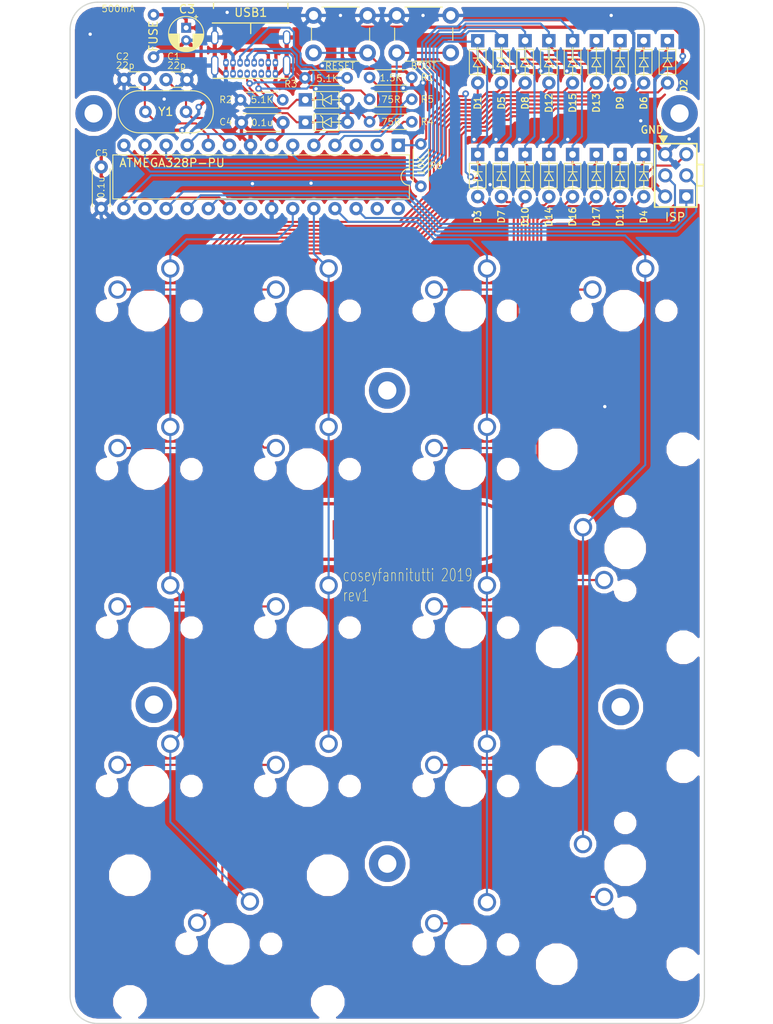
<source format=kicad_pcb>
(kicad_pcb (version 20171130) (host pcbnew "(5.0.0)")
  (layers (0 F.Cu signal) (31 B.Cu signal) (34 B.Paste user) (35 F.Paste user) (36 B.SilkS user) (37 F.SilkS user) (38 B.Mask user) (39 F.Mask user) (44 Edge.Cuts user))
  (net 0 "")
  (net 1 row0)
  (net 2 "Net-(D1-Pad2)")
  (net 3 row1)
  (net 4 "Net-(D2-Pad2)")
  (net 5 row2)
  (net 6 "Net-(D3-Pad2)")
  (net 7 "Net-(D4-Pad2)")
  (net 8 row3)
  (net 9 row4)
  (net 10 "Net-(D5-Pad2)")
  (net 11 "Net-(D6-Pad2)")
  (net 12 "Net-(D7-Pad2)")
  (net 13 "Net-(D8-Pad2)")
  (net 14 "Net-(D9-Pad2)")
  (net 15 "Net-(D10-Pad2)")
  (net 16 "Net-(D11-Pad2)")
  (net 17 "Net-(D12-Pad2)")
  (net 18 "Net-(D13-Pad2)")
  (net 19 "Net-(D14-Pad2)")
  (net 20 "Net-(D15-Pad2)")
  (net 21 "Net-(D16-Pad2)")
  (net 22 "Net-(D17-Pad2)")
  (net 23 col0)
  (net 24 col1)
  (net 25 col2)
  (net 26 col3)
  (net 27 xtal1)
  (net 28 GND)
  (net 29 xtal2)
  (net 30 +5V)
  (net 31 "Net-(D18-Pad1)")
  (net 32 "Net-(D19-Pad1)")
  (net 33 VCC)
  (net 34 "Net-(R2-Pad2)")
  (net 35 "Net-(R3-Pad2)")
  (net 36 D-)
  (net 37 D+)
  (net 38 reset)
  (net 39 "Net-(U1-Pad2)")
  (net 40 "Net-(U1-Pad16)")
  (net 41 "Net-(U1-Pad3)")
  (net 42 "Net-(U1-Pad21)")
  (net 43 "Net-(U1-Pad27)")
  (net 44 "Net-(U1-Pad28)")
  (net 45 "Net-(USB1-PadB8)")
  (net 46 "Net-(USB1-PadA8)")
  (net 47 boot)
  (net 48 mosi)
  (net 49 sck)
  (net 50 miso)
  (module logos:DISCIPAD_SMALL_COPPER (layer F.Cu) (at 143.823559 78.566019)
    (fp_text reference G*** hide)
    (fp_text value LOGO hide)
    (fp_arc (start 11.16 0.18) (end 11.16 3.52) (angle -180) (layer F.Cu) (width 0.4))
    (fp_arc (start -11.14 0.18) (end -11.14 -3.16) (angle -180) (layer F.Cu) (width 0.4))
    (fp_line (start -11.11 3.52) (end 11.17 3.52) (layer F.Cu) (width 0.4))
    (fp_line (start -11.11 -3.16) (end 11.17 -3.16) (layer F.Cu) (width 0.4))
    (fp_poly (pts (xy 8.602492 -1.165858) (xy 8.78718 -1.151753) (xy 8.937004 -1.124828) (xy 9.065109 -1.082289) (xy 9.184639 -1.021343) (xy 9.243708 -0.984146) (xy 9.388844 -0.858141) (xy 9.514093 -0.693354) (xy 9.602815 -0.512492) (xy 9.613911 -0.479034) (xy 9.629498 -0.396501) (xy 9.641864 -0.270924) (xy 9.649561 -0.120807) (xy 9.651395 0) (xy 9.649791 0.159365) (xy 9.643766 0.274458) (xy 9.630545 0.362561) (xy 9.607352 0.440959) (xy 9.571412 0.526932) (xy 9.564236 0.542671) (xy 9.435214 0.756763) (xy 9.266827 0.92359) (xy 9.060225 1.042255) (xy 8.838891 1.107839) (xy 8.739811 1.120583) (xy 8.599489 1.130829) (xy 8.438243 1.137379) (xy 8.307763 1.139152) (xy 8.152794 1.138754) (xy 8.048239 1.136078) (xy 7.982936 1.128897) (xy 7.945723 1.114985) (xy 7.925439 1.092118) (xy 7.911723 1.060178) (xy 7.903292 1.007389) (xy 7.896246 0.903008) (xy 7.89058 0.755995) (xy 7.886284 0.57531) (xy 7.883352 0.369911) (xy 7.881775 0.148758) (xy 7.881546 -0.079188) (xy 7.882658 -0.304968) (xy 7.885103 -0.519623) (xy 7.888873 -0.714193) (xy 7.89396 -0.879718) (xy 7.896163 -0.923636) (xy 8.220364 -0.923636) (xy 8.220364 0.902069) (xy 8.489758 0.882349) (xy 8.629161 0.869297) (xy 8.759851 0.852168) (xy 8.858558 0.83414) (xy 8.876605 0.829558) (xy 9.031033 0.755198) (xy 9.15785 0.630154) (xy 9.253842 0.460279) (xy 9.315792 0.251428) (xy 9.340486 0.009453) (xy 9.340778 -0.015394) (xy 9.321306 -0.276458) (xy 9.260068 -0.492349) (xy 9.156372 -0.663769) (xy 9.00953 -0.791417) (xy 8.81885 -0.875994) (xy 8.583642 -0.9182) (xy 8.445685 -0.923636) (xy 8.220364 -0.923636) (xy 7.896163 -0.923636) (xy 7.900358 -1.007238) (xy 7.908058 -1.087795) (xy 7.913568 -1.110388) (xy 7.931143 -1.13427) (xy 7.960723 -1.150783) (xy 8.012566 -1.161266) (xy 8.096929 -1.167059) (xy 8.224071 -1.1695) (xy 8.369798 -1.169939) (xy 8.602492 -1.165858)) (layer F.Cu) (width 0.01))
    (fp_poly (pts (xy 5.803515 -1.175247) (xy 5.827559 -1.167217) (xy 5.849812 -1.153304) (xy 5.872658 -1.128011) (xy 5.898479 -1.08584) (xy 5.929658 -1.021295) (xy 5.968577 -0.928881) (xy 6.017619 -0.803099) (xy 6.079167 -0.638453) (xy 6.155604 -0.429447) (xy 6.249311 -0.170584) (xy 6.300507 -0.02872) (xy 6.389931 0.220716) (xy 6.471797 0.452048) (xy 6.543923 0.658885) (xy 6.60413 0.83484) (xy 6.650237 0.973523) (xy 6.680063 1.068546) (xy 6.691428 1.11352) (xy 6.691235 1.116061) (xy 6.654906 1.129577) (xy 6.578246 1.137889) (xy 6.529329 1.139152) (xy 6.381322 1.139152) (xy 6.275762 0.83897) (xy 6.170203 0.538788) (xy 5.69031 0.530328) (xy 5.210418 0.521867) (xy 5.106724 0.822812) (xy 5.003031 1.123758) (xy 4.856788 1.133142) (xy 4.764492 1.134492) (xy 4.72007 1.120999) (xy 4.710546 1.096718) (xy 4.720557 1.061562) (xy 4.748749 0.976285) (xy 4.792358 0.848671) (xy 4.848619 0.686505) (xy 4.91477 0.49757) (xy 4.988047 0.28965) (xy 4.995224 0.269394) (xy 5.295533 0.269394) (xy 5.32437 0.27231) (xy 5.403126 0.274719) (xy 5.520141 0.276388) (xy 5.663758 0.277084) (xy 5.680364 0.277091) (xy 5.827617 0.274967) (xy 5.94838 0.269151) (xy 6.03129 0.260479) (xy 6.064982 0.249787) (xy 6.065212 0.248792) (xy 6.055526 0.212018) (xy 6.028585 0.126765) (xy 5.987564 0.002642) (xy 5.93564 -0.150742) (xy 5.875987 -0.323779) (xy 5.875748 -0.324466) (xy 5.686284 -0.869424) (xy 5.490917 -0.303864) (xy 5.430648 -0.12902) (xy 5.377924 0.024654) (xy 5.335808 0.148166) (xy 5.307367 0.23252) (xy 5.295666 0.268724) (xy 5.295533 0.269394) (xy 4.995224 0.269394) (xy 5.065686 0.07053) (xy 5.144923 -0.152007) (xy 5.222994 -0.370178) (xy 5.297137 -0.576197) (xy 5.364586 -0.762281) (xy 5.42258 -0.920646) (xy 5.468353 -1.043509) (xy 5.495119 -1.113034) (xy 5.542086 -1.15696) (xy 5.628291 -1.183046) (xy 5.732925 -1.187095) (xy 5.803515 -1.175247)) (layer F.Cu) (width 0.01))
    (fp_poly (pts (xy 2.930742 -1.161906) (xy 3.135641 -1.135805) (xy 3.296384 -1.088629) (xy 3.420746 -1.017375) (xy 3.516499 -0.919037) (xy 3.576619 -0.821031) (xy 3.624877 -0.674809) (xy 3.643208 -0.501145) (xy 3.631226 -0.326536) (xy 3.588542 -0.177479) (xy 3.586114 -0.17226) (xy 3.475531 -0.001464) (xy 3.326419 0.12398) (xy 3.136804 0.205124) (xy 2.904711 0.243019) (xy 2.800665 0.246303) (xy 2.564298 0.246303) (xy 2.544671 0.454121) (xy 2.53447 0.596564) (xy 2.527293 0.76233) (xy 2.524825 0.900546) (xy 2.524606 1.139152) (xy 2.391192 1.139152) (xy 2.304797 1.134785) (xy 2.246806 1.123822) (xy 2.237253 1.118626) (xy 2.230876 1.082276) (xy 2.225721 0.992945) (xy 2.22175 0.859217) (xy 2.218926 0.689674) (xy 2.217213 0.492898) (xy 2.216573 0.277473) (xy 2.21697 0.051981) (xy 2.218366 -0.174996) (xy 2.220725 -0.394874) (xy 2.224011 -0.599072) (xy 2.228185 -0.779006) (xy 2.233127 -0.923636) (xy 2.555394 -0.923636) (xy 2.555394 0) (xy 2.763212 -0.000048) (xy 2.945348 -0.013721) (xy 3.0766 -0.053927) (xy 3.197986 -0.136737) (xy 3.271968 -0.242934) (xy 3.305201 -0.384505) (xy 3.308619 -0.471878) (xy 3.293708 -0.633139) (xy 3.24687 -0.749406) (xy 3.161753 -0.831694) (xy 3.076335 -0.874844) (xy 2.976997 -0.901574) (xy 2.848587 -0.91926) (xy 2.754892 -0.923636) (xy 2.555394 -0.923636) (xy 2.233127 -0.923636) (xy 2.233211 -0.926094) (xy 2.239053 -1.031753) (xy 2.245672 -1.087401) (xy 2.246753 -1.090965) (xy 2.276779 -1.169939) (xy 2.673913 -1.169939) (xy 2.930742 -1.161906)) (layer F.Cu) (width 0.01))
    (fp_poly (pts (xy 0.730034 -1.167461) (xy 0.801245 -1.140387) (xy 0.793168 -0.008314) (xy 0.785091 1.123758) (xy 0.638849 1.133142) (xy 0.492606 1.142525) (xy 0.492606 -1.162761) (xy 0.575715 -1.178648) (xy 0.666631 -1.18093) (xy 0.730034 -1.167461)) (layer F.Cu) (width 0.01))
    (fp_poly (pts (xy -6.326538 -1.177404) (xy -6.249197 -1.162619) (xy -6.257265 -0.019431) (xy -6.265333 1.123758) (xy -6.411576 1.133142) (xy -6.557818 1.142525) (xy -6.557818 -1.162761) (xy -6.480848 -1.177475) (xy -6.386671 -1.183261) (xy -6.326538 -1.177404)) (layer F.Cu) (width 0.01))
    (fp_poly (pts (xy -9.171588 -1.166515) (xy -9.07529 -1.164337) (xy -8.852091 -1.155592) (xy -8.678056 -1.140041) (xy -8.540856 -1.114078) (xy -8.428162 -1.074104) (xy -8.327645 -1.016513) (xy -8.226976 -0.937705) (xy -8.191112 -0.905968) (xy -8.046719 -0.735358) (xy -7.941569 -0.524421) (xy -7.878275 -0.282324) (xy -7.859451 -0.018237) (xy -7.877086 0.195544) (xy -7.938395 0.463362) (xy -8.036711 0.682975) (xy -8.174261 0.856993) (xy -8.353272 0.988022) (xy -8.575968 1.07867) (xy -8.646854 1.097265) (xy -8.75236 1.114981) (xy -8.888864 1.127832) (xy -9.042852 1.13575) (xy -9.20081 1.138662) (xy -9.349223 1.1365) (xy -9.47458 1.129192) (xy -9.563364 1.11667) (xy -9.59966 1.102206) (xy -9.610246 1.073937) (xy -9.61883 1.009585) (xy -9.625553 0.904939) (xy -9.625653 0.901937) (xy -9.328727 0.901937) (xy -9.0307 0.880988) (xy -8.862509 0.863509) (xy -8.716925 0.837688) (xy -8.612751 0.806918) (xy -8.607366 0.804609) (xy -8.445931 0.700701) (xy -8.322433 0.550114) (xy -8.238382 0.355815) (xy -8.195293 0.120773) (xy -8.189576 -0.015394) (xy -8.211472 -0.276535) (xy -8.277266 -0.494645) (xy -8.38711 -0.670031) (xy -8.541158 -0.803) (xy -8.602297 -0.837919) (xy -8.69398 -0.874249) (xy -8.810458 -0.898558) (xy -8.967499 -0.913778) (xy -9.028545 -0.917191) (xy -9.328727 -0.931869) (xy -9.328727 0.901937) (xy -9.625653 0.901937) (xy -9.630553 0.755787) (xy -9.633969 0.557916) (xy -9.63594 0.307114) (xy -9.636604 -0.00083) (xy -9.636606 -0.017782) (xy -9.636283 -0.310622) (xy -9.635153 -0.547773) (xy -9.632978 -0.735118) (xy -9.629517 -0.87854) (xy -9.624532 -0.983922) (xy -9.617783 -1.057149) (xy -9.60903 -1.104103) (xy -9.598035 -1.130668) (xy -9.590987 -1.138684) (xy -9.551199 -1.154222) (xy -9.472363 -1.163824) (xy -9.347989 -1.167814) (xy -9.171588 -1.166515)) (layer F.Cu) (width 0.01))
    (fp_poly (pts (xy -1.289958 -1.182427) (xy -1.187644 -1.173114) (xy -1.102575 -1.151735) (xy -1.012629 -1.113926) (xy -0.969818 -1.09297) (xy -0.870552 -1.040833) (xy -0.814051 -0.999872) (xy -0.787078 -0.955667) (xy -0.776393 -0.893799) (xy -0.775293 -0.881094) (xy -0.77494 -0.784941) (xy -0.798261 -0.737785) (xy -0.85196 -0.737189) (xy -0.942736 -0.780715) (xy -0.983562 -0.805333) (xy -1.152618 -0.881415) (xy -1.342972 -0.920363) (xy -1.531032 -0.918974) (xy -1.641633 -0.894669) (xy -1.764509 -0.826882) (xy -1.882242 -0.713948) (xy -1.981403 -0.571736) (xy -2.048567 -0.416116) (xy -2.049635 -0.412481) (xy -2.083535 -0.235495) (xy -2.09444 -0.033172) (xy -2.083579 0.174235) (xy -2.052181 0.366474) (xy -2.001474 0.523291) (xy -1.99163 0.543783) (xy -1.878842 0.704159) (xy -1.732593 0.816205) (xy -1.559379 0.878444) (xy -1.365696 0.889398) (xy -1.15804 0.847588) (xy -0.982734 0.773338) (xy -0.886842 0.726077) (xy -0.813926 0.695752) (xy -0.779069 0.688597) (xy -0.778583 0.688973) (xy -0.768024 0.726703) (xy -0.761128 0.800527) (xy -0.760526 0.816634) (xy -0.771549 0.910779) (xy -0.819062 0.976099) (xy -0.832785 0.987222) (xy -0.98087 1.069487) (xy -1.166729 1.126645) (xy -1.370828 1.156103) (xy -1.573628 1.155271) (xy -1.755594 1.121555) (xy -1.781137 1.113055) (xy -1.987492 1.0149) (xy -2.148426 0.881075) (xy -2.271154 0.704187) (xy -2.342816 0.53783) (xy -2.410591 0.27296) (xy -2.432331 0.005735) (xy -2.410604 -0.25503) (xy -2.347976 -0.500521) (xy -2.247014 -0.721924) (xy -2.110286 -0.910423) (xy -1.940359 -1.057204) (xy -1.865438 -1.101345) (xy -1.777514 -1.142367) (xy -1.694179 -1.167134) (xy -1.594495 -1.179635) (xy -1.457524 -1.183863) (xy -1.431636 -1.184034) (xy -1.289958 -1.182427)) (layer F.Cu) (width 0.01))
    (fp_poly (pts (xy -4.152652 -1.191743) (xy -3.977699 -1.164679) (xy -3.833136 -1.116201) (xy -3.825394 -1.112351) (xy -3.745401 -1.066758) (xy -3.707018 -1.023531) (xy -3.695203 -0.960903) (xy -3.694545 -0.923011) (xy -3.701294 -0.843705) (xy -3.727798 -0.806533) (xy -3.783448 -0.809248) (xy -3.877633 -0.849598) (xy -3.916809 -0.869757) (xy -4.038691 -0.917704) (xy -4.179794 -0.937582) (xy -4.243556 -0.93903) (xy -4.35351 -0.936413) (xy -4.42357 -0.923471) (xy -4.475355 -0.892571) (xy -4.528343 -0.838484) (xy -4.604018 -0.725033) (xy -4.623651 -0.614721) (xy -4.586161 -0.505646) (xy -4.490469 -0.395909) (xy -4.335496 -0.28361) (xy -4.157061 -0.185077) (xy -3.973003 -0.088493) (xy -3.837225 -0.005667) (xy -3.740319 0.071171) (xy -3.672876 0.14979) (xy -3.625486 0.237961) (xy -3.615909 0.261776) (xy -3.572888 0.453465) (xy -3.586223 0.641443) (xy -3.651876 0.814939) (xy -3.765812 0.963183) (xy -3.920081 1.073406) (xy -4.090574 1.133938) (xy -4.290795 1.162676) (xy -4.497014 1.158391) (xy -4.685507 1.119856) (xy -4.70292 1.113911) (xy -4.845686 1.052879) (xy -4.935095 0.987518) (xy -4.979272 0.910116) (xy -4.987636 0.843712) (xy -4.9802 0.76953) (xy -4.962152 0.726945) (xy -4.960672 0.725879) (xy -4.921254 0.730044) (xy -4.844541 0.757211) (xy -4.752854 0.798775) (xy -4.636272 0.847719) (xy -4.520344 0.882368) (xy -4.448848 0.893575) (xy -4.302217 0.897328) (xy -4.200049 0.891029) (xy -4.125525 0.870616) (xy -4.061824 0.832025) (xy -4.009669 0.787457) (xy -3.938117 0.713682) (xy -3.904201 0.647922) (xy -3.894918 0.563159) (xy -3.894843 0.548851) (xy -3.904045 0.45162) (xy -3.936464 0.368956) (xy -3.999747 0.292857) (xy -4.101541 0.215324) (xy -4.249492 0.128357) (xy -4.345014 0.077882) (xy -4.562596 -0.045432) (xy -4.724337 -0.162981) (xy -4.835163 -0.278941) (xy -4.897335 -0.390273) (xy -4.921425 -0.50742) (xy -4.92282 -0.649686) (xy -4.902428 -0.785319) (xy -4.884465 -0.840439) (xy -4.808362 -0.95859) (xy -4.69202 -1.06675) (xy -4.556321 -1.147463) (xy -4.487737 -1.172072) (xy -4.331496 -1.195004) (xy -4.152652 -1.191743)) (layer F.Cu) (width 0.01))
  )
  (module logos:DISCIPAD_SMALL_MASK (layer F.Cu) (at 143.823559 78.566019)
    (fp_text reference G*** hide)
    (fp_text value LOGO hide)
  )
  (module Button_Switch_THT:SW_PUSH_6mm (layer F.Cu) (at 144.970929 16.693091)
    (fp_text reference BOOT1)
    (fp_text value BOOT)
    (pad 1 thru_hole circle (at 6.5 0 90) (size 2 2) (drill 1.1) (layers *.Cu *.Mask) (net 28 GND))
    (pad 2 thru_hole circle (at 6.5 4.5 90) (size 2 2) (drill 1.1) (layers *.Cu *.Mask) (net 47 boot))
    (pad 1 thru_hole circle (at 0 0 90) (size 2 2) (drill 1.1) (layers *.Cu *.Mask) (net 28 GND))
    (pad 2 thru_hole circle (at 0 4.5 90) (size 2 2) (drill 1.1) (layers *.Cu *.Mask) (net 47 boot))
  )
  (module Diode_THT:D_DO-35_SOD27_P5.08mm_Horizontal (layer F.Cu) (at 177.550923 18.45733 270)
    (fp_text reference D2 (at 6.686817 -1.975137 270) (layer F.SilkS) (effects (font (size 0.8 0.8))))
    (fp_text value " ")
    (pad 2 thru_hole oval (at 6.35 0 270) (size 1.6 1.6) (drill 0.8) (layers *.Cu *.Mask) (net 4 "Net-(D2-Pad2)"))
    (pad 1 thru_hole rect (at 1.27 0 270) (size 1.6 1.6) (drill 0.8) (layers *.Cu *.Mask) (net 1 row0))
  )
  (module Diode_THT:D_DO-35_SOD27_P5.08mm_Horizontal (layer F.Cu) (at 174.69661 32.138743 270)
    (fp_text reference D4 (at 8.77 0 270) (layer F.SilkS) (effects (font (size 0.8 0.8))))
    (fp_text value " ")
    (pad 2 thru_hole oval (at 6.35 0 270) (size 1.6 1.6) (drill 0.8) (layers *.Cu *.Mask) (net 7 "Net-(D4-Pad2)"))
    (pad 1 thru_hole rect (at 1.27 0 270) (size 1.6 1.6) (drill 0.8) (layers *.Cu *.Mask) (net 1 row0))
  )
  (module Diode_THT:D_DO-35_SOD27_P5.08mm_Horizontal (layer F.Cu) (at 171.842297 32.138743 270)
    (fp_text reference D11 (at 8.77 0 270) (layer F.SilkS) (effects (font (size 0.8 0.8))))
    (fp_text value " ")
    (pad 2 thru_hole oval (at 6.35 0 270) (size 1.6 1.6) (drill 0.8) (layers *.Cu *.Mask) (net 16 "Net-(D11-Pad2)"))
    (pad 1 thru_hole rect (at 1.27 0 270) (size 1.6 1.6) (drill 0.8) (layers *.Cu *.Mask) (net 5 row2))
  )
  (module Diode_THT:D_DO-35_SOD27_P5.08mm_Horizontal (layer F.Cu) (at 168.987991 32.138743 270)
    (fp_text reference D17 (at 8.77 0 270) (layer F.SilkS) (effects (font (size 0.8 0.8))))
    (fp_text value " ")
    (pad 2 thru_hole oval (at 6.35 0 270) (size 1.6 1.6) (drill 0.8) (layers *.Cu *.Mask) (net 22 "Net-(D17-Pad2)"))
    (pad 1 thru_hole rect (at 1.27 0 270) (size 1.6 1.6) (drill 0.8) (layers *.Cu *.Mask) (net 9 row4))
  )
  (module Diode_THT:D_DO-35_SOD27_P5.08mm_Horizontal (layer F.Cu) (at 166.133685 32.138743 270)
    (fp_text reference D16 (at 8.77 0 270) (layer F.SilkS) (effects (font (size 0.8 0.8))))
    (fp_text value " ")
    (pad 2 thru_hole oval (at 6.35 0 270) (size 1.6 1.6) (drill 0.8) (layers *.Cu *.Mask) (net 21 "Net-(D16-Pad2)"))
    (pad 1 thru_hole rect (at 1.27 0 270) (size 1.6 1.6) (drill 0.8) (layers *.Cu *.Mask) (net 9 row4))
  )
  (module Diode_THT:D_DO-35_SOD27_P5.08mm_Horizontal (layer F.Cu) (at 163.279379 32.138743 270)
    (fp_text reference D14 (at 8.77 0 270) (layer F.SilkS) (effects (font (size 0.8 0.8))))
    (fp_text value " ")
    (pad 2 thru_hole oval (at 6.35 0 270) (size 1.6 1.6) (drill 0.8) (layers *.Cu *.Mask) (net 19 "Net-(D14-Pad2)"))
    (pad 1 thru_hole rect (at 1.27 0 270) (size 1.6 1.6) (drill 0.8) (layers *.Cu *.Mask) (net 8 row3))
  )
  (module Diode_THT:D_DO-35_SOD27_P5.08mm_Horizontal (layer F.Cu) (at 160.425073 32.138743 270)
    (fp_text reference D10 (at 8.77 0 270) (layer F.SilkS) (effects (font (size 0.8 0.8))))
    (fp_text value " ")
    (pad 2 thru_hole oval (at 6.35 0 270) (size 1.6 1.6) (drill 0.8) (layers *.Cu *.Mask) (net 15 "Net-(D10-Pad2)"))
    (pad 1 thru_hole rect (at 1.27 0 270) (size 1.6 1.6) (drill 0.8) (layers *.Cu *.Mask) (net 5 row2))
  )
  (module Diode_THT:D_DO-35_SOD27_P5.08mm_Horizontal (layer F.Cu) (at 157.570767 32.138743 270)
    (fp_text reference D7 (at 8.77 0 270) (layer F.SilkS) (effects (font (size 0.8 0.8))))
    (fp_text value " ")
    (pad 2 thru_hole oval (at 6.35 0 270) (size 1.6 1.6) (drill 0.8) (layers *.Cu *.Mask) (net 12 "Net-(D7-Pad2)"))
    (pad 1 thru_hole rect (at 1.27 0 270) (size 1.6 1.6) (drill 0.8) (layers *.Cu *.Mask) (net 3 row1))
  )
  (module Diode_THT:D_DO-35_SOD27_P5.08mm_Horizontal (layer F.Cu) (at 154.716461 32.138743 270)
    (fp_text reference D3 (at 8.77 0 270) (layer F.SilkS) (effects (font (size 0.8 0.8))))
    (fp_text value " ")
    (pad 2 thru_hole oval (at 6.35 0 270) (size 1.6 1.6) (drill 0.8) (layers *.Cu *.Mask) (net 6 "Net-(D3-Pad2)"))
    (pad 1 thru_hole rect (at 1.27 0 270) (size 1.6 1.6) (drill 0.8) (layers *.Cu *.Mask) (net 1 row0))
  )
  (module Diode_THT:D_DO-35_SOD27_P5.08mm_Horizontal (layer F.Cu) (at 174.69661 18.45733 270)
    (fp_text reference D6 (at 8.77 0 270) (layer F.SilkS) (effects (font (size 0.8 0.8))))
    (fp_text value " ")
    (pad 2 thru_hole oval (at 6.35 0 270) (size 1.6 1.6) (drill 0.8) (layers *.Cu *.Mask) (net 11 "Net-(D6-Pad2)"))
    (pad 1 thru_hole rect (at 1.27 0 270) (size 1.6 1.6) (drill 0.8) (layers *.Cu *.Mask) (net 3 row1))
  )
  (module Diode_THT:D_DO-35_SOD27_P5.08mm_Horizontal (layer F.Cu) (at 171.842297 18.45733 270)
    (fp_text reference D9 (at 8.77 0 270) (layer F.SilkS) (effects (font (size 0.8 0.8))))
    (fp_text value " ")
    (pad 2 thru_hole oval (at 6.35 0 270) (size 1.6 1.6) (drill 0.8) (layers *.Cu *.Mask) (net 14 "Net-(D9-Pad2)"))
    (pad 1 thru_hole rect (at 1.27 0 270) (size 1.6 1.6) (drill 0.8) (layers *.Cu *.Mask) (net 5 row2))
  )
  (module Diode_THT:D_DO-35_SOD27_P5.08mm_Horizontal (layer F.Cu) (at 168.987991 18.45733 270)
    (fp_text reference D13 (at 8.77 0 270) (layer F.SilkS) (effects (font (size 0.8 0.8))))
    (fp_text value " ")
    (pad 2 thru_hole oval (at 6.35 0 270) (size 1.6 1.6) (drill 0.8) (layers *.Cu *.Mask) (net 18 "Net-(D13-Pad2)"))
    (pad 1 thru_hole rect (at 1.27 0 270) (size 1.6 1.6) (drill 0.8) (layers *.Cu *.Mask) (net 8 row3))
  )
  (module Diode_THT:D_DO-35_SOD27_P5.08mm_Horizontal (layer F.Cu) (at 166.133685 18.45733 270)
    (fp_text reference D15 (at 8.77 0 270) (layer F.SilkS) (effects (font (size 0.8 0.8))))
    (fp_text value " ")
    (pad 2 thru_hole oval (at 6.35 0 270) (size 1.6 1.6) (drill 0.8) (layers *.Cu *.Mask) (net 20 "Net-(D15-Pad2)"))
    (pad 1 thru_hole rect (at 1.27 0 270) (size 1.6 1.6) (drill 0.8) (layers *.Cu *.Mask) (net 9 row4))
  )
  (module Diode_THT:D_DO-35_SOD27_P5.08mm_Horizontal (layer F.Cu) (at 163.279379 18.45733 270)
    (fp_text reference D12 (at 8.77 0 270) (layer F.SilkS) (effects (font (size 0.8 0.8))))
    (fp_text value " ")
    (pad 2 thru_hole oval (at 6.35 0 270) (size 1.6 1.6) (drill 0.8) (layers *.Cu *.Mask) (net 17 "Net-(D12-Pad2)"))
    (pad 1 thru_hole rect (at 1.27 0 270) (size 1.6 1.6) (drill 0.8) (layers *.Cu *.Mask) (net 8 row3))
  )
  (module Diode_THT:D_DO-35_SOD27_P5.08mm_Horizontal (layer F.Cu) (at 160.425073 18.45733 270)
    (fp_text reference D8 (at 8.77 0 270) (layer F.SilkS) (effects (font (size 0.8 0.8))))
    (fp_text value " ")
    (pad 2 thru_hole oval (at 6.35 0 270) (size 1.6 1.6) (drill 0.8) (layers *.Cu *.Mask) (net 13 "Net-(D8-Pad2)"))
    (pad 1 thru_hole rect (at 1.27 0 270) (size 1.6 1.6) (drill 0.8) (layers *.Cu *.Mask) (net 5 row2))
  )
  (module Diode_THT:D_DO-35_SOD27_P5.08mm_Horizontal (layer F.Cu) (at 157.570767 18.45733 270)
    (fp_text reference D5 (at 8.77 0 270) (layer F.SilkS) (effects (font (size 0.8 0.8))))
    (fp_text value " ")
    (pad 2 thru_hole oval (at 6.35 0 270) (size 1.6 1.6) (drill 0.8) (layers *.Cu *.Mask) (net 10 "Net-(D5-Pad2)"))
    (pad 1 thru_hole rect (at 1.27 0 270) (size 1.6 1.6) (drill 0.8) (layers *.Cu *.Mask) (net 3 row1))
  )
  (module Diode_THT:D_DO-35_SOD27_P5.08mm_Horizontal (layer F.Cu) (at 154.716461 18.45733 270)
    (fp_text reference D1 (at 8.77 0 270) (layer F.SilkS) (effects (font (size 0.8 0.8))))
    (fp_text value " ")
    (pad 2 thru_hole oval (at 6.35 0 270) (size 1.6 1.6) (drill 0.8) (layers *.Cu *.Mask) (net 2 "Net-(D1-Pad2)"))
    (pad 1 thru_hole rect (at 1.27 0 270) (size 1.6 1.6) (drill 0.8) (layers *.Cu *.Mask) (net 1 row0))
  )
  (module Diode_THT:D_DO-35_SOD27_P5.08mm_Horizontal (layer F.Cu) (at 132.704831 29.536623)
    (fp_text reference D18)
    (fp_text value 3.6V)
    (pad 2 thru_hole oval (at 6.35 0) (size 1.6 1.6) (drill 0.8) (layers *.Cu *.Mask) (net 28 GND))
    (pad 1 thru_hole rect (at 1.27 0) (size 1.6 1.6) (drill 0.8) (layers *.Cu *.Mask) (net 31 "Net-(D18-Pad1)"))
  )
  (module Diode_THT:D_DO-35_SOD27_P5.08mm_Horizontal (layer F.Cu) (at 132.704831 26.841931)
    (fp_text reference D19)
    (fp_text value 3.6V)
    (pad 2 thru_hole oval (at 6.35 0) (size 1.6 1.6) (drill 0.8) (layers *.Cu *.Mask) (net 28 GND))
    (pad 1 thru_hole rect (at 1.27 0) (size 1.6 1.6) (drill 0.8) (layers *.Cu *.Mask) (net 32 "Net-(D19-Pad1)"))
  )
  (module keyboard_parts:polyfuse_5.1mm (layer F.Cu) (at 115.714273 19.160309 270)
    (fp_text reference F1)
    (fp_text value 500mA (at -3.272126 4.252014) (layer F.SilkS) (effects (font (size 0.8 0.8) (thickness 0.1))))
    (fp_text user FUSE (at 0.02 0.03 270) (layer F.SilkS))
    (pad 1 thru_hole circle (at -2.55 0 270) (size 1.4 1.4) (drill 0.7) (layers *.Cu *.Mask) (net 30 +5V))
    (pad 2 thru_hole circle (at 2.55 0 270) (size 1.4 1.4) (drill 0.7) (layers *.Cu *.Mask) (net 33 VCC))
  )
  (module Button_Switch_Keyboard:SW_Cherry_MX1A_2.00u_PCB_FLIPPED (layer F.Cu) (at 122.226 133.402 180)
    (fp_text reference SW15)
    (fp_text value KEYSW)
    (pad "" np_thru_hole circle (at -2.54 5.08 180) (size 4 4) (drill 4) (layers *.Cu *.Mask))
    (pad "" np_thru_hole circle (at -7.62 5.08 180) (size 1.7 1.7) (drill 1.7) (layers *.Cu *.Mask))
    (pad "" np_thru_hole circle (at 2.54 5.08 180) (size 1.7 1.7) (drill 1.7) (layers *.Cu *.Mask))
    (pad "" np_thru_hole circle (at 9.36 13.32 180) (size 4 4) (drill 4) (layers *.Cu *.Mask))
    (pad "" np_thru_hole circle (at -14.44 13.32 180) (size 4 4) (drill 4) (layers *.Cu *.Mask))
    (pad "" np_thru_hole circle (at -14.44 -1.92 180) (size 3.05 3.05) (drill 3.05) (layers *.Cu *.Mask))
    (pad "" np_thru_hole circle (at 9.36 -1.92 180) (size 3.05 3.05) (drill 3.05) (layers *.Cu *.Mask))
    (pad 1 thru_hole circle (at -5.08 10.16) (size 2.2 2.2) (drill 1.5) (layers *.Cu *.Mask) (net 23 col0))
    (pad 2 thru_hole circle (at 1.27 7.62) (size 2.2 2.2) (drill 1.5) (layers *.Cu *.Mask) (net 20 "Net-(D15-Pad2)"))
    (pad "" np_thru_hole circle (at -2.54 5.08) (size 4 4) (drill 4) (layers *.Cu *.Mask))
    (pad "" np_thru_hole circle (at 2.54 5.08) (size 1.7 1.7) (drill 1.7) (layers *.Cu *.Mask))
    (pad "" np_thru_hole circle (at -7.62 5.08) (size 1.7 1.7) (drill 1.7) (layers *.Cu *.Mask))
  )
  (module Button_Switch_Keyboard:SW_Cherry_MX1A_2.00u_Vertical_PCB (layer F.Cu) (at 169.926 123.952 180)
    (fp_text reference SW14)
    (fp_text value KEYSW)
    (pad "" np_thru_hole circle (at -9.54 -6.82 180) (size 3.05 3.05) (drill 3.05) (layers *.Cu *.Mask))
    (pad "" np_thru_hole circle (at -9.54 16.98 180) (size 3.05 3.05) (drill 3.05) (layers *.Cu *.Mask))
    (pad "" np_thru_hole circle (at 5.7 16.98 180) (size 4 4) (drill 4) (layers *.Cu *.Mask))
    (pad "" np_thru_hole circle (at 5.7 -6.82 180) (size 4 4) (drill 4) (layers *.Cu *.Mask))
    (pad "" np_thru_hole circle (at -2.54 5.08 180) (size 4 4) (drill 4) (layers *.Cu *.Mask))
    (pad "" np_thru_hole circle (at -2.54 5.08 90) (size 4 4) (drill 4) (layers *.Cu *.Mask))
    (pad "" np_thru_hole circle (at -2.54 0 90) (size 1.7 1.7) (drill 1.7) (layers *.Cu *.Mask))
    (pad 1 thru_hole circle (at 2.54 7.62 90) (size 2.2 2.2) (drill 1.5) (layers *.Cu *.Mask) (net 26 col3))
    (pad "" np_thru_hole circle (at -2.54 10.16 90) (size 1.7 1.7) (drill 1.7) (layers *.Cu *.Mask))
    (pad 2 thru_hole circle (at 0 1.27 90) (size 2.2 2.2) (drill 1.5) (layers *.Cu *.Mask) (net 22 "Net-(D17-Pad2)"))
  )
  (module Button_Switch_Keyboard:SW_Cherry_MX1A_2.00u_Vertical_PCB (layer F.Cu) (at 169.926 85.852 180)
    (fp_text reference SW7)
    (fp_text value KEYSW)
    (pad "" np_thru_hole circle (at -9.54 -6.82 180) (size 3.05 3.05) (drill 3.05) (layers *.Cu *.Mask))
    (pad "" np_thru_hole circle (at -9.54 16.98 180) (size 3.05 3.05) (drill 3.05) (layers *.Cu *.Mask))
    (pad "" np_thru_hole circle (at 5.7 16.98 180) (size 4 4) (drill 4) (layers *.Cu *.Mask))
    (pad "" np_thru_hole circle (at 5.7 -6.82 180) (size 4 4) (drill 4) (layers *.Cu *.Mask))
    (pad "" np_thru_hole circle (at -2.54 5.08 180) (size 4 4) (drill 4) (layers *.Cu *.Mask))
    (pad "" np_thru_hole circle (at -2.54 5.08 90) (size 4 4) (drill 4) (layers *.Cu *.Mask))
    (pad "" np_thru_hole circle (at -2.54 0 90) (size 1.7 1.7) (drill 1.7) (layers *.Cu *.Mask))
    (pad 1 thru_hole circle (at 2.54 7.62 90) (size 2.2 2.2) (drill 1.5) (layers *.Cu *.Mask) (net 26 col3))
    (pad "" np_thru_hole circle (at -2.54 10.16 90) (size 1.7 1.7) (drill 1.7) (layers *.Cu *.Mask))
    (pad 2 thru_hole circle (at 0 1.27 90) (size 2.2 2.2) (drill 1.5) (layers *.Cu *.Mask) (net 16 "Net-(D11-Pad2)"))
  )
  (module Button_Switch_Keyboard:SW_Cherry_MX1A_1.00u_PCB-NOSCREEN (layer F.Cu) (at 155.829 123.317)
    (fp_text reference SW16)
    (fp_text value KEYSW)
    (pad "" np_thru_hole circle (at 2.54 5.08) (size 1.7 1.7) (drill 1.7) (layers *.Cu *.Mask))
    (pad "" np_thru_hole circle (at -7.62 5.08) (size 1.7 1.7) (drill 1.7) (layers *.Cu *.Mask))
    (pad "" np_thru_hole circle (at -2.54 5.08) (size 4 4) (drill 4) (layers *.Cu *.Mask))
    (pad 2 thru_hole circle (at -6.35 2.54) (size 2.2 2.2) (drill 1.5) (layers *.Cu *.Mask) (net 21 "Net-(D16-Pad2)"))
    (pad 1 thru_hole circle (at 0 0) (size 2.2 2.2) (drill 1.5) (layers *.Cu *.Mask) (net 25 col2))
  )
  (module Button_Switch_Keyboard:SW_Cherry_MX1A_1.00u_PCB-NOSCREEN (layer F.Cu) (at 136.779 104.267)
    (fp_text reference SW12)
    (fp_text value KEYSW)
    (pad "" np_thru_hole circle (at 2.54 5.08) (size 1.7 1.7) (drill 1.7) (layers *.Cu *.Mask))
    (pad "" np_thru_hole circle (at -7.62 5.08) (size 1.7 1.7) (drill 1.7) (layers *.Cu *.Mask))
    (pad "" np_thru_hole circle (at -2.54 5.08) (size 4 4) (drill 4) (layers *.Cu *.Mask))
    (pad 2 thru_hole circle (at -6.35 2.54) (size 2.2 2.2) (drill 1.5) (layers *.Cu *.Mask) (net 18 "Net-(D13-Pad2)"))
    (pad 1 thru_hole circle (at 0 0) (size 2.2 2.2) (drill 1.5) (layers *.Cu *.Mask) (net 24 col1))
  )
  (module Button_Switch_Keyboard:SW_Cherry_MX1A_1.00u_PCB-NOSCREEN (layer F.Cu) (at 117.729 104.267)
    (fp_text reference SW11)
    (fp_text value KEYSW)
    (pad "" np_thru_hole circle (at 2.54 5.08) (size 1.7 1.7) (drill 1.7) (layers *.Cu *.Mask))
    (pad "" np_thru_hole circle (at -7.62 5.08) (size 1.7 1.7) (drill 1.7) (layers *.Cu *.Mask))
    (pad "" np_thru_hole circle (at -2.54 5.08) (size 4 4) (drill 4) (layers *.Cu *.Mask))
    (pad 2 thru_hole circle (at -6.35 2.54) (size 2.2 2.2) (drill 1.5) (layers *.Cu *.Mask) (net 17 "Net-(D12-Pad2)"))
    (pad 1 thru_hole circle (at 0 0) (size 2.2 2.2) (drill 1.5) (layers *.Cu *.Mask) (net 23 col0))
  )
  (module Button_Switch_Keyboard:SW_Cherry_MX1A_1.00u_PCB-NOSCREEN (layer F.Cu) (at 155.829 104.267)
    (fp_text reference SW13)
    (fp_text value KEYSW)
    (pad "" np_thru_hole circle (at 2.54 5.08) (size 1.7 1.7) (drill 1.7) (layers *.Cu *.Mask))
    (pad "" np_thru_hole circle (at -7.62 5.08) (size 1.7 1.7) (drill 1.7) (layers *.Cu *.Mask))
    (pad "" np_thru_hole circle (at -2.54 5.08) (size 4 4) (drill 4) (layers *.Cu *.Mask))
    (pad 2 thru_hole circle (at -6.35 2.54) (size 2.2 2.2) (drill 1.5) (layers *.Cu *.Mask) (net 19 "Net-(D14-Pad2)"))
    (pad 1 thru_hole circle (at 0 0) (size 2.2 2.2) (drill 1.5) (layers *.Cu *.Mask) (net 25 col2))
  )
  (module Button_Switch_Keyboard:SW_Cherry_MX1A_1.00u_PCB-NOSCREEN (layer F.Cu) (at 155.829 85.217)
    (fp_text reference SW10)
    (fp_text value KEYSW)
    (pad "" np_thru_hole circle (at 2.54 5.08) (size 1.7 1.7) (drill 1.7) (layers *.Cu *.Mask))
    (pad "" np_thru_hole circle (at -7.62 5.08) (size 1.7 1.7) (drill 1.7) (layers *.Cu *.Mask))
    (pad "" np_thru_hole circle (at -2.54 5.08) (size 4 4) (drill 4) (layers *.Cu *.Mask))
    (pad 2 thru_hole circle (at -6.35 2.54) (size 2.2 2.2) (drill 1.5) (layers *.Cu *.Mask) (net 15 "Net-(D10-Pad2)"))
    (pad 1 thru_hole circle (at 0 0) (size 2.2 2.2) (drill 1.5) (layers *.Cu *.Mask) (net 25 col2))
  )
  (module Button_Switch_Keyboard:SW_Cherry_MX1A_1.00u_PCB-NOSCREEN (layer F.Cu) (at 136.779 85.217)
    (fp_text reference SW9)
    (fp_text value KEYSW)
    (pad "" np_thru_hole circle (at 2.54 5.08) (size 1.7 1.7) (drill 1.7) (layers *.Cu *.Mask))
    (pad "" np_thru_hole circle (at -7.62 5.08) (size 1.7 1.7) (drill 1.7) (layers *.Cu *.Mask))
    (pad "" np_thru_hole circle (at -2.54 5.08) (size 4 4) (drill 4) (layers *.Cu *.Mask))
    (pad 2 thru_hole circle (at -6.35 2.54) (size 2.2 2.2) (drill 1.5) (layers *.Cu *.Mask) (net 14 "Net-(D9-Pad2)"))
    (pad 1 thru_hole circle (at 0 0) (size 2.2 2.2) (drill 1.5) (layers *.Cu *.Mask) (net 24 col1))
  )
  (module Button_Switch_Keyboard:SW_Cherry_MX1A_1.00u_PCB-NOSCREEN (layer F.Cu) (at 117.729 85.217)
    (fp_text reference SW8)
    (fp_text value KEYSW)
    (pad "" np_thru_hole circle (at 2.54 5.08) (size 1.7 1.7) (drill 1.7) (layers *.Cu *.Mask))
    (pad "" np_thru_hole circle (at -7.62 5.08) (size 1.7 1.7) (drill 1.7) (layers *.Cu *.Mask))
    (pad "" np_thru_hole circle (at -2.54 5.08) (size 4 4) (drill 4) (layers *.Cu *.Mask))
    (pad 2 thru_hole circle (at -6.35 2.54) (size 2.2 2.2) (drill 1.5) (layers *.Cu *.Mask) (net 13 "Net-(D8-Pad2)"))
    (pad 1 thru_hole circle (at 0 0) (size 2.2 2.2) (drill 1.5) (layers *.Cu *.Mask) (net 23 col0))
  )
  (module Button_Switch_Keyboard:SW_Cherry_MX1A_1.00u_PCB-NOSCREEN (layer F.Cu) (at 155.829 66.167)
    (fp_text reference SW6)
    (fp_text value KEYSW)
    (pad "" np_thru_hole circle (at 2.54 5.08) (size 1.7 1.7) (drill 1.7) (layers *.Cu *.Mask))
    (pad "" np_thru_hole circle (at -7.62 5.08) (size 1.7 1.7) (drill 1.7) (layers *.Cu *.Mask))
    (pad "" np_thru_hole circle (at -2.54 5.08) (size 4 4) (drill 4) (layers *.Cu *.Mask))
    (pad 2 thru_hole circle (at -6.35 2.54) (size 2.2 2.2) (drill 1.5) (layers *.Cu *.Mask) (net 12 "Net-(D7-Pad2)"))
    (pad 1 thru_hole circle (at 0 0) (size 2.2 2.2) (drill 1.5) (layers *.Cu *.Mask) (net 25 col2))
  )
  (module Button_Switch_Keyboard:SW_Cherry_MX1A_1.00u_PCB-NOSCREEN (layer F.Cu) (at 136.779 66.167)
    (fp_text reference SW5)
    (fp_text value KEYSW)
    (pad "" np_thru_hole circle (at 2.54 5.08) (size 1.7 1.7) (drill 1.7) (layers *.Cu *.Mask))
    (pad "" np_thru_hole circle (at -7.62 5.08) (size 1.7 1.7) (drill 1.7) (layers *.Cu *.Mask))
    (pad "" np_thru_hole circle (at -2.54 5.08) (size 4 4) (drill 4) (layers *.Cu *.Mask))
    (pad 2 thru_hole circle (at -6.35 2.54) (size 2.2 2.2) (drill 1.5) (layers *.Cu *.Mask) (net 11 "Net-(D6-Pad2)"))
    (pad 1 thru_hole circle (at 0 0) (size 2.2 2.2) (drill 1.5) (layers *.Cu *.Mask) (net 24 col1))
  )
  (module Button_Switch_Keyboard:SW_Cherry_MX1A_1.00u_PCB-NOSCREEN (layer F.Cu) (at 117.729 66.167)
    (fp_text reference SW4)
    (fp_text value KEYSW)
    (pad "" np_thru_hole circle (at 2.54 5.08) (size 1.7 1.7) (drill 1.7) (layers *.Cu *.Mask))
    (pad "" np_thru_hole circle (at -7.62 5.08) (size 1.7 1.7) (drill 1.7) (layers *.Cu *.Mask))
    (pad "" np_thru_hole circle (at -2.54 5.08) (size 4 4) (drill 4) (layers *.Cu *.Mask))
    (pad 2 thru_hole circle (at -6.35 2.54) (size 2.2 2.2) (drill 1.5) (layers *.Cu *.Mask) (net 10 "Net-(D5-Pad2)"))
    (pad 1 thru_hole circle (at 0 0) (size 2.2 2.2) (drill 1.5) (layers *.Cu *.Mask) (net 23 col0))
  )
  (module Button_Switch_Keyboard:SW_Cherry_MX1A_1.00u_PCB-NOSCREEN (layer F.Cu) (at 174.879 47.117)
    (fp_text reference SW3)
    (fp_text value KEYSW)
    (pad "" np_thru_hole circle (at 2.54 5.08) (size 1.7 1.7) (drill 1.7) (layers *.Cu *.Mask))
    (pad "" np_thru_hole circle (at -7.62 5.08) (size 1.7 1.7) (drill 1.7) (layers *.Cu *.Mask))
    (pad "" np_thru_hole circle (at -2.54 5.08) (size 4 4) (drill 4) (layers *.Cu *.Mask))
    (pad 2 thru_hole circle (at -6.35 2.54) (size 2.2 2.2) (drill 1.5) (layers *.Cu *.Mask) (net 7 "Net-(D4-Pad2)"))
    (pad 1 thru_hole circle (at 0 0) (size 2.2 2.2) (drill 1.5) (layers *.Cu *.Mask) (net 26 col3))
  )
  (module Button_Switch_Keyboard:SW_Cherry_MX1A_1.00u_PCB-NOSCREEN (layer F.Cu) (at 155.829 47.117)
    (fp_text reference SW2)
    (fp_text value KEYSW)
    (pad "" np_thru_hole circle (at 2.54 5.08) (size 1.7 1.7) (drill 1.7) (layers *.Cu *.Mask))
    (pad "" np_thru_hole circle (at -7.62 5.08) (size 1.7 1.7) (drill 1.7) (layers *.Cu *.Mask))
    (pad "" np_thru_hole circle (at -2.54 5.08) (size 4 4) (drill 4) (layers *.Cu *.Mask))
    (pad 2 thru_hole circle (at -6.35 2.54) (size 2.2 2.2) (drill 1.5) (layers *.Cu *.Mask) (net 6 "Net-(D3-Pad2)"))
    (pad 1 thru_hole circle (at 0 0) (size 2.2 2.2) (drill 1.5) (layers *.Cu *.Mask) (net 25 col2))
  )
  (module Button_Switch_Keyboard:SW_Cherry_MX1A_1.00u_PCB-NOSCREEN (layer F.Cu) (at 136.779 47.117)
    (fp_text reference SW1)
    (fp_text value KEYSW)
    (pad "" np_thru_hole circle (at 2.54 5.08) (size 1.7 1.7) (drill 1.7) (layers *.Cu *.Mask))
    (pad "" np_thru_hole circle (at -7.62 5.08) (size 1.7 1.7) (drill 1.7) (layers *.Cu *.Mask))
    (pad "" np_thru_hole circle (at -2.54 5.08) (size 4 4) (drill 4) (layers *.Cu *.Mask))
    (pad 2 thru_hole circle (at -6.35 2.54) (size 2.2 2.2) (drill 1.5) (layers *.Cu *.Mask) (net 4 "Net-(D2-Pad2)"))
    (pad 1 thru_hole circle (at 0 0) (size 2.2 2.2) (drill 1.5) (layers *.Cu *.Mask) (net 24 col1))
  )
  (module Button_Switch_Keyboard:SW_Cherry_MX1A_1.00u_PCB-NOSCREEN (layer F.Cu) (at 117.729 47.117)
    (fp_text reference SW0)
    (fp_text value KEYSW)
    (pad "" np_thru_hole circle (at 2.54 5.08) (size 1.7 1.7) (drill 1.7) (layers *.Cu *.Mask))
    (pad "" np_thru_hole circle (at -7.62 5.08) (size 1.7 1.7) (drill 1.7) (layers *.Cu *.Mask))
    (pad "" np_thru_hole circle (at -2.54 5.08) (size 4 4) (drill 4) (layers *.Cu *.Mask))
    (pad 2 thru_hole circle (at -6.35 2.54) (size 2.2 2.2) (drill 1.5) (layers *.Cu *.Mask) (net 2 "Net-(D1-Pad2)"))
    (pad 1 thru_hole circle (at 0 0) (size 2.2 2.2) (drill 1.5) (layers *.Cu *.Mask) (net 23 col0))
  )
  (module MountingHole:MountingHole_2.2mm_M2_Pad (layer F.Cu) (at 143.833559 118.686673)
    (fp_text reference REF**)
    (fp_text value MountingHole_2.2mm_M2_Pad)
    (pad 1 thru_hole circle (at 0 0) (size 4.4 4.4) (drill 2.2) (layers *.Cu *.Mask))
  )
  (module MountingHole:MountingHole_2.2mm_M2_Pad (layer F.Cu) (at 115.752543 99.566685)
    (fp_text reference REF**)
    (fp_text value MountingHole_2.2mm_M2_Pad)
    (pad 1 thru_hole circle (at 0 0) (size 4.4 4.4) (drill 2.2) (layers *.Cu *.Mask))
  )
  (module MountingHole:MountingHole_2.2mm_M2_Pad (layer F.Cu) (at 171.914575 99.841686)
    (fp_text reference REF**)
    (fp_text value MountingHole_2.2mm_M2_Pad)
    (pad 1 thru_hole circle (at 0 0) (size 4.4 4.4) (drill 2.2) (layers *.Cu *.Mask))
  )
  (module MountingHole:MountingHole_2.2mm_M2_Pad (layer F.Cu) (at 143.833559 61.784261)
    (fp_text reference REF**)
    (fp_text value MountingHole_2.2mm_M2_Pad)
    (pad 1 thru_hole circle (at 0 0) (size 4.4 4.4) (drill 2.2) (layers *.Cu *.Mask))
  )
  (module MountingHole:MountingHole_2.2mm_M2_Pad (layer F.Cu) (at 179.00113 28.475773)
    (fp_text reference REF**)
    (fp_text value MountingHole_2.2mm_M2_Pad)
    (pad 1 thru_hole circle (at 0 0) (size 4.4 4.4) (drill 2.2) (layers *.Cu *.Mask))
  )
  (module MountingHole:MountingHole_2.2mm_M2_Pad (layer F.Cu) (at 108.503031 28.475773)
    (fp_text reference REF**)
    (fp_text value MountingHole_2.2mm_M2_Pad)
    (pad 1 thru_hole circle (at 0 0) (size 4.4 4.4) (drill 2.2) (layers *.Cu *.Mask))
  )
  (module Capacitor_THT:C_Disc_D3.0mm_W1.6mm_P2.50mm (layer F.Cu) (at 117.219101 24.409709)
    (fp_text reference C1 (at 0.920416 -2.777156) (layer F.SilkS) (effects (font (size 0.8 0.8) (thickness 0.1))))
    (fp_text value 22p (at 1.263273 -1.698153) (layer F.SilkS) (effects (font (size 0.8 0.8) (thickness 0.1))))
    (pad 1 thru_hole circle (at 0 0) (size 1.6 1.6) (drill 0.8) (layers *.Cu *.Mask) (net 27 xtal1))
    (pad 2 thru_hole circle (at 2.5 0) (size 1.6 1.6) (drill 0.8) (layers *.Cu *.Mask) (net 28 GND))
  )
  (module Capacitor_THT:C_Disc_D3.0mm_W1.6mm_P2.50mm (layer F.Cu) (at 114.664393 24.392211 180)
    (fp_text reference C2 (at 2.701238 2.759658 180) (layer F.SilkS) (effects (font (size 0.8 0.8) (thickness 0.1))))
    (fp_text value 22p (at 2.358381 1.680655 180) (layer F.SilkS) (effects (font (size 0.8 0.8) (thickness 0.1))))
    (pad 2 thru_hole circle (at 2.5 0 180) (size 1.6 1.6) (drill 0.8) (layers *.Cu *.Mask) (net 28 GND))
    (pad 1 thru_hole circle (at 0 0 180) (size 1.6 1.6) (drill 0.8) (layers *.Cu *.Mask) (net 29 xtal2))
  )
  (module Capacitor_THT:CP_Radial_D4.0mm_P1.50mm (layer F.Cu) (at 119.633825 18.180421 270)
    (fp_text reference C3 (at -2.239744 -0.104988) (layer F.SilkS))
    (fp_text value 4.7u)
    (pad 1 thru_hole rect (at 0 0 270) (size 1.2 1.2) (drill 0.6) (layers *.Cu *.Mask) (net 30 +5V))
    (pad 2 thru_hole circle (at 1.5 0 270) (size 1.2 1.2) (drill 0.6) (layers *.Cu *.Mask) (net 28 GND))
  )
  (module Capacitor_THT:C_Disc_D4.3mm_W1.9mm_P5.00mm (layer F.Cu) (at 131.287493 29.571619 180)
    (fp_text reference C4 (at 6.879083 0.070553) (layer F.SilkS) (effects (font (size 0.8 0.8) (thickness 0.1))))
    (fp_text value 0.1u (at 2.522164 -0.017498 180) (layer F.SilkS) (effects (font (size 0.8 0.8) (thickness 0.1))))
    (pad 2 thru_hole circle (at 5 0 180) (size 1.6 1.6) (drill 0.8) (layers *.Cu *.Mask) (net 28 GND))
    (pad 1 thru_hole circle (at 0 0 180) (size 1.6 1.6) (drill 0.8) (layers *.Cu *.Mask) (net 30 +5V))
  )
  (module Capacitor_THT:C_Disc_D4.3mm_W1.9mm_P5.00mm (layer F.Cu) (at 109.414993 34.908509 270)
    (fp_text reference C5 (at -1.627947 -0.032912) (layer F.SilkS) (effects (font (size 0.8 0.8) (thickness 0.1))))
    (fp_text value 0.1u (at 2.466507 0.019581 90) (layer F.SilkS) (effects (font (size 0.8 0.8) (thickness 0.1))))
    (pad 1 thru_hole circle (at 0 0 270) (size 1.6 1.6) (drill 0.8) (layers *.Cu *.Mask) (net 30 +5V))
    (pad 2 thru_hole circle (at 5 0 270) (size 1.6 1.6) (drill 0.8) (layers *.Cu *.Mask) (net 28 GND))
  )
  (module Resistor_THT:R_Axial_DIN0204_L3.6mm_D1.6mm_P5.08mm_Horizontal (layer F.Cu) (at 146.783959 24.147239 180)
    (fp_text reference R1 (at -1.876217 0.000459) (layer F.SilkS) (effects (font (size 0.8 0.8) (thickness 0.1))))
    (fp_text value 1.5K (at 2.517134 -0.052597 180) (layer F.SilkS) (effects (font (size 0.8 0.8) (thickness 0.1))))
    (pad 2 thru_hole oval (at 5.08 0 180) (size 1.4 1.4) (drill 0.7) (layers *.Cu *.Mask) (net 31 "Net-(D18-Pad1)"))
    (pad 1 thru_hole circle (at 0 0 180) (size 1.4 1.4) (drill 0.7) (layers *.Cu *.Mask) (net 30 +5V))
  )
  (module Resistor_THT:R_Axial_DIN0204_L3.6mm_D1.6mm_P5.08mm_Horizontal (layer F.Cu) (at 126.178077 26.841931)
    (fp_text reference R2 (at -1.769667 -0.018008 180) (layer F.SilkS) (effects (font (size 0.8 0.8) (thickness 0.1))))
    (fp_text value 5.1K (at 2.587252 -0.018008) (layer F.SilkS) (effects (font (size 0.8 0.8) (thickness 0.1))))
    (pad 1 thru_hole circle (at 0 0) (size 1.4 1.4) (drill 0.7) (layers *.Cu *.Mask) (net 28 GND))
    (pad 2 thru_hole oval (at 5.08 0) (size 1.4 1.4) (drill 0.7) (layers *.Cu *.Mask) (net 34 "Net-(R2-Pad2)"))
  )
  (module Resistor_THT:R_Axial_DIN0204_L3.6mm_D1.6mm_P5.08mm_Horizontal (layer F.Cu) (at 133.929691 24.199733)
    (fp_text reference R3 (at -1.699824 0.734442 180) (layer F.SilkS) (effects (font (size 0.8 0.8) (thickness 0.1))))
    (fp_text value 5.1K (at 2.709588 0.069992) (layer F.SilkS) (effects (font (size 0.8 0.8) (thickness 0.1))))
    (pad 1 thru_hole circle (at 0 0) (size 1.4 1.4) (drill 0.7) (layers *.Cu *.Mask) (net 28 GND))
    (pad 2 thru_hole oval (at 5.08 0) (size 1.4 1.4) (drill 0.7) (layers *.Cu *.Mask) (net 35 "Net-(R3-Pad2)"))
  )
  (module Resistor_THT:R_Axial_DIN0204_L3.6mm_D1.6mm_P5.08mm_Horizontal (layer F.Cu) (at 141.703959 29.484129)
    (fp_text reference R4 (at 6.956217 0 180) (layer F.SilkS) (effects (font (size 0.8 0.8) (thickness 0.1))))
    (fp_text value 75R (at 2.566301 0.017498) (layer F.SilkS) (effects (font (size 0.8 0.8) (thickness 0.1))))
    (pad 2 thru_hole oval (at 5.08 0) (size 1.4 1.4) (drill 0.7) (layers *.Cu *.Mask) (net 36 D-))
    (pad 1 thru_hole circle (at 0 0) (size 1.4 1.4) (drill 0.7) (layers *.Cu *.Mask) (net 31 "Net-(D18-Pad1)"))
  )
  (module Resistor_THT:R_Axial_DIN0204_L3.6mm_D1.6mm_P5.08mm_Horizontal (layer F.Cu) (at 146.783959 26.771939 180)
    (fp_text reference R5 (at -1.876217 0.000509) (layer F.SilkS) (effects (font (size 0.8 0.8) (thickness 0.1))))
    (fp_text value 75R (at 2.513699 -0.034996 180) (layer F.SilkS) (effects (font (size 0.8 0.8) (thickness 0.1))))
    (pad 2 thru_hole oval (at 5.08 0 180) (size 1.4 1.4) (drill 0.7) (layers *.Cu *.Mask) (net 32 "Net-(D19-Pad1)"))
    (pad 1 thru_hole circle (at 0 0 180) (size 1.4 1.4) (drill 0.7) (layers *.Cu *.Mask) (net 37 D+))
  )
  (module Resistor_THT:R_Axial_DIN0204_L3.6mm_D1.6mm_P5.08mm_Horizontal (layer F.Cu) (at 147.875597 37.235743 90)
    (fp_text reference R6 (at 2.485377 1.834439 180) (layer F.SilkS) (effects (font (size 0.8 0.8) (thickness 0.1))))
    (fp_text value 10K (at 2.485377 0.049677 90) (layer F.SilkS) (effects (font (size 0.8 0.8) (thickness 0.1))))
    (pad 1 thru_hole circle (at 0 0 90) (size 1.4 1.4) (drill 0.7) (layers *.Cu *.Mask) (net 30 +5V))
    (pad 2 thru_hole oval (at 5.08 0 90) (size 1.4 1.4) (drill 0.7) (layers *.Cu *.Mask) (net 38 reset))
  )
  (module Button_Switch_THT:SW_PUSH_6mm (layer F.Cu) (at 134.962073 16.693091)
    (fp_text reference RESET1)
    (fp_text value RESET)
    (pad 2 thru_hole circle (at 0 4.5 90) (size 2 2) (drill 1.1) (layers *.Cu *.Mask) (net 38 reset))
    (pad 1 thru_hole circle (at 0 0 90) (size 2 2) (drill 1.1) (layers *.Cu *.Mask) (net 28 GND))
    (pad 2 thru_hole circle (at 6.5 4.5 90) (size 2 2) (drill 1.1) (layers *.Cu *.Mask) (net 38 reset))
    (pad 1 thru_hole circle (at 6.5 0 90) (size 2 2) (drill 1.1) (layers *.Cu *.Mask) (net 28 GND))
  )
  (module Package_DIP:DIP-28_W7.62mm (layer F.Cu) (at 145.163407 32.301307 270)
    (fp_text reference U1)
    (fp_text value ATmega328P-PU)
    (pad 1 thru_hole rect (at 0 0 270) (size 1.6 1.6) (drill 0.8) (layers *.Cu *.Mask) (net 38 reset))
    (pad 15 thru_hole oval (at 7.62 33.02 270) (size 1.6 1.6) (drill 0.8) (layers *.Cu *.Mask) (net 1 row0))
    (pad 2 thru_hole oval (at 0 2.54 270) (size 1.6 1.6) (drill 0.8) (layers *.Cu *.Mask) (net 39 "Net-(U1-Pad2)"))
    (pad 16 thru_hole oval (at 7.62 30.48 270) (size 1.6 1.6) (drill 0.8) (layers *.Cu *.Mask) (net 40 "Net-(U1-Pad16)"))
    (pad 3 thru_hole oval (at 0 5.08 270) (size 1.6 1.6) (drill 0.8) (layers *.Cu *.Mask) (net 41 "Net-(U1-Pad3)"))
    (pad 17 thru_hole oval (at 7.62 27.94 270) (size 1.6 1.6) (drill 0.8) (layers *.Cu *.Mask) (net 48 mosi))
    (pad 4 thru_hole oval (at 0 7.62 270) (size 1.6 1.6) (drill 0.8) (layers *.Cu *.Mask) (net 37 D+))
    (pad 18 thru_hole oval (at 7.62 25.4 270) (size 1.6 1.6) (drill 0.8) (layers *.Cu *.Mask) (net 50 miso))
    (pad 5 thru_hole oval (at 0 10.16 270) (size 1.6 1.6) (drill 0.8) (layers *.Cu *.Mask) (net 36 D-))
    (pad 19 thru_hole oval (at 7.62 22.86 270) (size 1.6 1.6) (drill 0.8) (layers *.Cu *.Mask) (net 49 sck))
    (pad 6 thru_hole oval (at 0 12.7 270) (size 1.6 1.6) (drill 0.8) (layers *.Cu *.Mask) (net 9 row4))
    (pad 20 thru_hole oval (at 7.62 20.32 270) (size 1.6 1.6) (drill 0.8) (layers *.Cu *.Mask) (net 30 +5V))
    (pad 7 thru_hole oval (at 0 15.24 270) (size 1.6 1.6) (drill 0.8) (layers *.Cu *.Mask) (net 30 +5V))
    (pad 21 thru_hole oval (at 7.62 17.78 270) (size 1.6 1.6) (drill 0.8) (layers *.Cu *.Mask) (net 42 "Net-(U1-Pad21)"))
    (pad 8 thru_hole oval (at 0 17.78 270) (size 1.6 1.6) (drill 0.8) (layers *.Cu *.Mask) (net 28 GND))
    (pad 22 thru_hole oval (at 7.62 15.24 270) (size 1.6 1.6) (drill 0.8) (layers *.Cu *.Mask) (net 28 GND))
    (pad 9 thru_hole oval (at 0 20.32 270) (size 1.6 1.6) (drill 0.8) (layers *.Cu *.Mask) (net 27 xtal1))
    (pad 23 thru_hole oval (at 7.62 12.7 270) (size 1.6 1.6) (drill 0.8) (layers *.Cu *.Mask) (net 23 col0))
    (pad 10 thru_hole oval (at 0 22.86 270) (size 1.6 1.6) (drill 0.8) (layers *.Cu *.Mask) (net 29 xtal2))
    (pad 24 thru_hole oval (at 7.62 10.16 270) (size 1.6 1.6) (drill 0.8) (layers *.Cu *.Mask) (net 24 col1))
    (pad 11 thru_hole oval (at 0 25.4 270) (size 1.6 1.6) (drill 0.8) (layers *.Cu *.Mask) (net 47 boot))
    (pad 25 thru_hole oval (at 7.62 7.62 270) (size 1.6 1.6) (drill 0.8) (layers *.Cu *.Mask) (net 25 col2))
    (pad 12 thru_hole oval (at 0 27.94 270) (size 1.6 1.6) (drill 0.8) (layers *.Cu *.Mask) (net 8 row3))
    (pad 26 thru_hole oval (at 7.62 5.08 270) (size 1.6 1.6) (drill 0.8) (layers *.Cu *.Mask) (net 26 col3))
    (pad 13 thru_hole oval (at 0 30.48 270) (size 1.6 1.6) (drill 0.8) (layers *.Cu *.Mask) (net 5 row2))
    (pad 27 thru_hole oval (at 7.62 2.54 270) (size 1.6 1.6) (drill 0.8) (layers *.Cu *.Mask) (net 43 "Net-(U1-Pad27)"))
    (pad 14 thru_hole oval (at 0 33.02 270) (size 1.6 1.6) (drill 0.8) (layers *.Cu *.Mask) (net 3 row1))
    (pad 28 thru_hole oval (at 7.62 0 270) (size 1.6 1.6) (drill 0.8) (layers *.Cu *.Mask) (net 44 "Net-(U1-Pad28)"))
  )
  (module Type-C:USB_C_GCT_USB4085 (layer F.Cu) (at 127.402937 17.602987 180)
    (fp_text reference USB1 (at -0.009117 1.253828 180) (layer F.SilkS))
    (fp_text value USB_C_GCT_USB4085)
    (pad S1 thru_hole oval (at 4.325 -1.74 180) (size 0.9 1.7) (drill oval 0.6 1.4) (layers *.Cu *.Mask) (net 28 GND))
    (pad S1 thru_hole oval (at -4.325 -1.74 180) (size 0.9 1.7) (drill oval 0.6 1.4) (layers *.Cu *.Mask) (net 28 GND))
    (pad S1 thru_hole oval (at 4.325 -5.12 180) (size 0.9 2.4) (drill oval 0.6 2.1) (layers *.Cu *.Mask) (net 28 GND))
    (pad S1 thru_hole oval (at -4.325 -5.12 180) (size 0.9 2.4) (drill oval 0.6 2.1) (layers *.Cu *.Mask) (net 28 GND))
    (pad B1 thru_hole oval (at 2.98 -4.775 180) (size 0.65 1) (drill 0.4) (layers *.Cu *.Mask) (net 28 GND))
    (pad B4 thru_hole oval (at 2.13 -4.775 180) (size 0.65 1) (drill 0.4) (layers *.Cu *.Mask) (net 33 VCC))
    (pad B5 thru_hole oval (at 1.28 -4.775 180) (size 0.65 1) (drill 0.4) (layers *.Cu *.Mask) (net 35 "Net-(R3-Pad2)"))
    (pad B6 thru_hole oval (at 0.43 -4.775 180) (size 0.65 1) (drill 0.4) (layers *.Cu *.Mask) (net 32 "Net-(D19-Pad1)"))
    (pad B7 thru_hole oval (at -0.42 -4.775 180) (size 0.65 1) (drill 0.4) (layers *.Cu *.Mask) (net 31 "Net-(D18-Pad1)"))
    (pad B8 thru_hole oval (at -1.27 -4.775 180) (size 0.65 1) (drill 0.4) (layers *.Cu *.Mask) (net 45 "Net-(USB1-PadB8)"))
    (pad B9 thru_hole oval (at -2.12 -4.775 180) (size 0.65 1) (drill 0.4) (layers *.Cu *.Mask) (net 33 VCC))
    (pad B12 thru_hole oval (at -2.975 -4.775 180) (size 0.65 1) (drill 0.4) (layers *.Cu *.Mask) (net 28 GND))
    (pad A12 thru_hole oval (at 2.975 -6.1 180) (size 0.65 1) (drill 0.4) (layers *.Cu *.Mask) (net 28 GND))
    (pad A9 thru_hole oval (at 2.125 -6.1 180) (size 0.65 1) (drill 0.4) (layers *.Cu *.Mask) (net 33 VCC))
    (pad A8 thru_hole oval (at 1.275 -6.1 180) (size 0.65 1) (drill 0.4) (layers *.Cu *.Mask) (net 46 "Net-(USB1-PadA8)"))
    (pad A7 thru_hole oval (at 0.425 -6.1 180) (size 0.65 1) (drill 0.4) (layers *.Cu *.Mask) (net 31 "Net-(D18-Pad1)"))
    (pad A6 thru_hole oval (at -0.425 -6.1 180) (size 0.65 1) (drill 0.4) (layers *.Cu *.Mask) (net 32 "Net-(D19-Pad1)"))
    (pad A4 thru_hole oval (at -2.125 -6.1 180) (size 0.65 1) (drill 0.4) (layers *.Cu *.Mask) (net 33 VCC))
    (pad A1 thru_hole oval (at -2.975 -6.1 180) (size 0.65 1) (drill 0.4) (layers *.Cu *.Mask) (net 28 GND))
    (pad A5 thru_hole oval (at -1.275 -6.1 180) (size 0.65 1) (drill 0.4) (layers *.Cu *.Mask) (net 34 "Net-(R2-Pad2)"))
  )
  (module Crystal:Crystal_HC49-4H_Vertical (layer F.Cu) (at 119.616327 28.276767 180)
    (fp_text reference Y1 (at 2.432222 0.017498 180) (layer F.SilkS))
    (fp_text value Crystal)
    (pad 1 thru_hole circle (at 0 0 180) (size 1.5 1.5) (drill 0.8) (layers *.Cu *.Mask) (net 27 xtal1))
    (pad 2 thru_hole circle (at 4.88 0 180) (size 1.5 1.5) (drill 0.8) (layers *.Cu *.Mask) (net 29 xtal2))
  )
  (module keyboard_parts:AVR_ICSP_3x2 (layer F.Cu) (at 178.549591 35.923393 90)
    (fp_text reference J1 hide)
    (fp_text value AVR-ISP-6 hide)
    (pad 6 thru_hole circle (at 2.54 -1.27 90) (size 1.7 1.7) (drill 1.016) (layers *.Cu *.Mask) (net 28 GND))
    (pad 5 thru_hole circle (at 2.54 1.27 90) (size 1.7 1.7) (drill 1.016) (layers *.Cu *.Mask) (net 38 reset))
    (pad 4 thru_hole circle (at 0 -1.27 90) (size 1.7 1.7) (drill 1.016) (layers *.Cu *.Mask) (net 48 mosi))
    (pad 3 thru_hole circle (at 0 1.27 90) (size 1.7 1.7) (drill 1.016) (layers *.Cu *.Mask) (net 49 sck))
    (pad 2 thru_hole circle (at -2.54 -1.27 90) (size 1.7 1.7) (drill 1.016) (layers *.Cu *.Mask) (net 30 +5V))
    (pad 1 thru_hole rect (at -2.54 1.27 90) (size 1.7 1.7) (drill 1.016) (layers *.Cu *.Mask) (net 50 miso))
  )
  (module "logos:TOPY 4MM MASK" (layer F.Cu) (at 108.452603 23.762283)
    (fp_text reference G*** hide)
    (fp_text value LOGO hide)
  )
  (gr_text ISP (at 178.4762 40.94454) (layer F.SilkS) (effects (font (size 1 1))))
  (gr_poly (pts (xy 177.058889 31.968237) (xy 176.533959 31.180842) (xy 177.531326 31.180842)) (layer F.SilkS) (width 0.15))
  (gr_text GND (at 175.694071 30.44594) (layer F.SilkS) (effects (font (size 0.9 0.9))))
  (gr_line (start 136.064831 26.291931) (end 135.802366 26.029466) (layer F.SilkS) (width 0.12))
  (gr_line (start 136.324321 30.340954) (end 136.061856 30.078489) (layer F.SilkS) (width 0.12))
  (gr_line (start 136.061856 28.976136) (end 135.799391 28.713671) (layer F.SilkS) (width 0.12))
  (gr_line (start 136.324321 27.663811) (end 136.061856 27.401346) (layer F.SilkS) (width 0.12))
  (gr_text ATMEGA328P-PU (at 117.936519 34.418565) (layer F.SilkS) (effects (font (size 1 1))))
  (gr_text BOOT (at 148.208059 22.782395) (layer F.SilkS) (effects (font (size 0.8 0.8) (thickness 0.1))))
  (gr_text RESET (at 138.164207 22.764897) (layer F.SilkS) (effects (font (size 0.8 0.8) (thickness 0.1))))
  (gr_arc (start 108.977543 134.594615) (end 105.670421 134.594615) (angle -90) (layer Edge.Cuts) (width 0.15))
  (gr_arc (start 178.689575 134.594615) (end 178.689575 137.901737) (angle -90) (layer Edge.Cuts) (width 0.15))
  (gr_arc (start 178.689575 18.408859) (end 181.996697 18.408859) (angle -90) (layer Edge.Cuts) (width 0.15))
  (gr_arc (start 108.977543 18.408859) (end 108.977543 15.101737) (angle -90) (layer Edge.Cuts) (width 0.15))
  (gr_text "coseyfannitutti 2019\nrev1" (at 138.424041 85.196139) (layer F.SilkS) (effects (font (size 1.5 1) (thickness 0.075)) (justify left)))
  (gr_line (start 105.670421 134.594615) (end 105.670421 18.408859) (layer Edge.Cuts) (width 0.15))
  (gr_line (start 108.977543 15.101737) (end 178.689575 15.101737) (layer Edge.Cuts) (width 0.15))
  (gr_line (start 181.996697 18.408859) (end 181.996697 134.594615) (layer Edge.Cuts) (width 0.15))
  (gr_line (start 178.689575 137.901737) (end 108.977543 137.901737) (layer Edge.Cuts) (width 0.15))
  (segment (start 154.716461 32.358743) (end 154.716461 33.408743) (width 0.25) (layer B.Cu) (net 1))
  (segment (start 155.841462 31.233742) (end 154.716461 32.358743) (width 0.25) (layer B.Cu) (net 1))
  (segment (start 155.841462 22.902331) (end 155.841462 31.233742) (width 0.25) (layer B.Cu) (net 1))
  (segment (start 154.716461 21.77733) (end 155.841462 22.902331) (width 0.25) (layer B.Cu) (net 1))
  (segment (start 154.716461 20.72733) (end 154.716461 21.77733) (width 0.25) (layer B.Cu) (net 1))
  (segment (start 154.716461 34.458743) (end 156.041127 35.783409) (width 0.25) (layer F.Cu) (net 1))
  (segment (start 154.716461 33.408743) (end 154.716461 34.458743) (width 0.25) (layer F.Cu) (net 1))
  (segment (start 174.69661 34.458743) (end 174.69661 33.408743) (width 0.25) (layer F.Cu) (net 1))
  (segment (start 173.371944 35.783409) (end 174.69661 34.458743) (width 0.25) (layer F.Cu) (net 1))
  (segment (start 156.041127 35.783409) (end 173.371944 35.783409) (width 0.25) (layer F.Cu) (net 1))
  (segment (start 154.716461 20.72733) (end 154.716461 19.72733) (width 0.25) (layer B.Cu) (net 1))
  (segment (start 112.143407 39.208034) (end 112.143407 39.921307) (width 0.25) (layer B.Cu) (net 1))
  (segment (start 115.428048 35.923393) (end 112.143407 39.208034) (width 0.25) (layer B.Cu) (net 1))
  (segment (start 148.190561 35.923393) (end 115.428048 35.923393) (width 0.25) (layer B.Cu) (net 1))
  (segment (start 150.727771 33.386183) (end 148.190561 35.923393) (width 0.25) (layer B.Cu) (net 1))
  (segment (start 154.593436 19.850355) (end 150.685151 19.850355) (width 0.25) (layer B.Cu) (net 1))
  (segment (start 154.716461 19.72733) (end 154.593436 19.850355) (width 0.25) (layer B.Cu) (net 1))
  (segment (start 150.685151 19.850355) (end 149.852871 20.682635) (width 0.25) (layer B.Cu) (net 1))
  (segment (start 149.852871 20.682635) (end 149.852871 22.222459) (width 0.25) (layer B.Cu) (net 1))
  (segment (start 149.852871 22.222459) (end 150.727771 23.097359) (width 0.25) (layer B.Cu) (net 1))
  (segment (start 150.727771 23.097359) (end 150.727771 33.386183) (width 0.25) (layer B.Cu) (net 1))
  (segment (start 154.716461 20.77733) (end 154.716461 19.72733) (width 0.25) (layer F.Cu) (net 1))
  (segment (start 156.449023 22.509892) (end 154.716461 20.77733) (width 0.25) (layer F.Cu) (net 1))
  (segment (start 175.818361 22.509892) (end 156.449023 22.509892) (width 0.25) (layer F.Cu) (net 1))
  (segment (start 177.550923 20.77733) (end 175.818361 22.509892) (width 0.25) (layer F.Cu) (net 1))
  (segment (start 177.550923 19.72733) (end 177.550923 20.77733) (width 0.25) (layer F.Cu) (net 1))
  (segment (start 122.098718 46.19384) (end 122.098718 46.351319) (width 0.25) (layer F.Cu) (net 2))
  (segment (start 122.098718 46.666277) (end 122.098718 45.091487) (width 0.25) (layer F.Cu) (net 2))
  (segment (start 122.098718 46.351319) (end 122.098718 46.666277) (width 0.25) (layer F.Cu) (net 2))
  (segment (start 122.098718 46.666277) (end 122.098718 47.191207) (width 0.25) (layer F.Cu) (net 2))
  (segment (start 125.615749 41.521963) (end 122.098718 45.038994) (width 0.25) (layer F.Cu) (net 2))
  (segment (start 145.300624 41.521963) (end 125.615749 41.521963) (width 0.25) (layer F.Cu) (net 2))
  (segment (start 154.716461 25.80733) (end 154.716461 26.352841) (width 0.25) (layer F.Cu) (net 2))
  (segment (start 122.098718 45.038994) (end 122.098718 47.191207) (width 0.25) (layer F.Cu) (net 2))
  (segment (start 154.209873 26.859429) (end 151.683678 26.859429) (width 0.25) (layer F.Cu) (net 2))
  (segment (start 154.716461 26.352841) (end 154.209873 26.859429) (width 0.25) (layer F.Cu) (net 2))
  (segment (start 151.683678 26.859429) (end 148.975134 29.567973) (width 0.25) (layer F.Cu) (net 2))
  (segment (start 148.975134 29.567973) (end 148.975134 37.847453) (width 0.25) (layer F.Cu) (net 2))
  (segment (start 148.975134 37.847453) (end 145.300624 41.521963) (width 0.25) (layer F.Cu) (net 2))
  (segment (start 154.716461 25.80733) (end 154.716461 24.80733) (width 0.25) (layer F.Cu) (net 2))
  (segment (start 119.933447 49.657) (end 111.379 49.657) (width 0.25) (layer F.Cu) (net 2))
  (segment (start 120.781632 49.657) (end 119.933447 49.657) (width 0.25) (layer F.Cu) (net 2))
  (segment (start 122.098718 48.339914) (end 120.781632 49.657) (width 0.25) (layer F.Cu) (net 2))
  (segment (start 122.098718 47.191207) (end 122.098718 48.339914) (width 0.25) (layer F.Cu) (net 2))
  (segment (start 157.570767 32.358743) (end 157.570767 33.408743) (width 0.25) (layer B.Cu) (net 3))
  (segment (start 158.695768 31.233742) (end 157.570767 32.358743) (width 0.25) (layer B.Cu) (net 3))
  (segment (start 158.695768 22.902331) (end 158.695768 31.233742) (width 0.25) (layer B.Cu) (net 3))
  (segment (start 157.570767 21.77733) (end 158.695768 22.902331) (width 0.25) (layer B.Cu) (net 3))
  (segment (start 157.570767 20.72733) (end 157.570767 21.77733) (width 0.25) (layer B.Cu) (net 3))
  (segment (start 157.570767 20.72733) (end 157.570767 20.718909) (width 0.25) (layer B.Cu) (net 3))
  (segment (start 157.570767 20.72733) (end 157.570767 19.72733) (width 0.25) (layer B.Cu) (net 3))
  (segment (start 112.943406 33.101306) (end 112.143407 32.301307) (width 0.25) (layer B.Cu) (net 3))
  (segment (start 147.998083 35.468445) (end 115.310545 35.468445) (width 0.25) (layer B.Cu) (net 3))
  (segment (start 150.272823 23.289837) (end 150.272823 33.193705) (width 0.25) (layer B.Cu) (net 3))
  (segment (start 149.397923 20.490157) (end 149.397923 22.414937) (width 0.25) (layer B.Cu) (net 3))
  (segment (start 157.570767 19.72733) (end 157.570767 19.371563) (width 0.25) (layer B.Cu) (net 3))
  (segment (start 149.397923 22.414937) (end 150.272823 23.289837) (width 0.25) (layer B.Cu) (net 3))
  (segment (start 157.570767 19.371563) (end 156.782079 18.582875) (width 0.25) (layer B.Cu) (net 3))
  (segment (start 153.673918 18.582875) (end 152.856449 19.400344) (width 0.25) (layer B.Cu) (net 3))
  (segment (start 150.272823 33.193705) (end 147.998083 35.468445) (width 0.25) (layer B.Cu) (net 3))
  (segment (start 152.856449 19.400344) (end 150.487736 19.400344) (width 0.25) (layer B.Cu) (net 3))
  (segment (start 115.310545 35.468445) (end 112.943406 33.101306) (width 0.25) (layer B.Cu) (net 3))
  (segment (start 156.782079 18.582875) (end 153.673918 18.582875) (width 0.25) (layer B.Cu) (net 3))
  (segment (start 150.487736 19.400344) (end 149.397923 20.490157) (width 0.25) (layer B.Cu) (net 3))
  (segment (start 174.69661 20.77733) (end 173.469317 22.004623) (width 0.25) (layer F.Cu) (net 3))
  (segment (start 174.69661 19.72733) (end 174.69661 20.77733) (width 0.25) (layer F.Cu) (net 3))
  (segment (start 158.79806 22.004623) (end 157.570767 20.77733) (width 0.25) (layer F.Cu) (net 3))
  (segment (start 173.469317 22.004623) (end 158.79806 22.004623) (width 0.25) (layer F.Cu) (net 3))
  (segment (start 157.570767 20.77733) (end 157.570767 19.72733) (width 0.25) (layer F.Cu) (net 3))
  (segment (start 146.927907 45.301459) (end 152.75463 39.474736) (width 0.25) (layer F.Cu) (net 4))
  (segment (start 127.400511 45.301459) (end 146.927907 45.301459) (width 0.25) (layer F.Cu) (net 4))
  (segment (start 125.825721 46.876249) (end 127.400511 45.301459) (width 0.25) (layer F.Cu) (net 4))
  (segment (start 125.825721 48.398546) (end 125.825721 46.876249) (width 0.25) (layer F.Cu) (net 4))
  (segment (start 127.084175 49.657) (end 125.825721 48.398546) (width 0.25) (layer F.Cu) (net 4))
  (segment (start 130.429 49.657) (end 127.084175 49.657) (width 0.25) (layer F.Cu) (net 4))
  (segment (start 152.75463 32.808749) (end 152.75463 32.759164) (width 0.25) (layer F.Cu) (net 4))
  (segment (start 152.75463 39.474736) (end 152.75463 32.808749) (width 0.25) (layer F.Cu) (net 4))
  (segment (start 152.75463 31.075856) (end 153.278979 30.551507) (width 0.25) (layer F.Cu) (net 4))
  (segment (start 152.75463 32.808749) (end 152.75463 31.075856) (width 0.25) (layer F.Cu) (net 4))
  (segment (start 153.278979 30.551507) (end 155.848928 30.551507) (width 0.25) (layer F.Cu) (net 4))
  (segment (start 155.848928 30.551507) (end 157.140447 29.259988) (width 0.25) (layer F.Cu) (net 4))
  (segment (start 157.140447 29.259988) (end 158.442692 29.259988) (width 0.25) (layer F.Cu) (net 4))
  (segment (start 158.442692 29.259988) (end 158.889176 28.813504) (width 0.25) (layer F.Cu) (net 4))
  (segment (start 158.889176 28.813504) (end 160.414663 28.813504) (width 0.25) (layer F.Cu) (net 4))
  (segment (start 160.414663 28.813504) (end 160.861147 28.36702) (width 0.25) (layer F.Cu) (net 4))
  (segment (start 160.861147 28.36702) (end 163.577258 28.36702) (width 0.25) (layer F.Cu) (net 4))
  (segment (start 163.577258 28.36702) (end 164.060949 27.883329) (width 0.25) (layer F.Cu) (net 4))
  (segment (start 164.060949 27.883329) (end 165.735264 27.883329) (width 0.25) (layer F.Cu) (net 4))
  (segment (start 165.735264 27.883329) (end 166.218955 27.399638) (width 0.25) (layer F.Cu) (net 4))
  (segment (start 166.218955 27.399638) (end 168.376961 27.399638) (width 0.25) (layer F.Cu) (net 4))
  (segment (start 168.376961 27.399638) (end 168.860652 26.915947) (width 0.25) (layer F.Cu) (net 4))
  (segment (start 168.860652 26.915947) (end 171.055865 26.915947) (width 0.25) (layer F.Cu) (net 4))
  (segment (start 171.055865 26.915947) (end 171.539556 26.432256) (width 0.25) (layer F.Cu) (net 4))
  (segment (start 171.539556 26.432256) (end 173.734769 26.432256) (width 0.25) (layer F.Cu) (net 4))
  (segment (start 173.734769 26.432256) (end 174.21846 25.948565) (width 0.25) (layer F.Cu) (net 4))
  (segment (start 176.409688 25.948565) (end 177.550923 24.80733) (width 0.25) (layer F.Cu) (net 4))
  (segment (start 174.21846 25.948565) (end 176.409688 25.948565) (width 0.25) (layer F.Cu) (net 4))
  (segment (start 160.425073 34.458743) (end 161.294791 35.328461) (width 0.25) (layer F.Cu) (net 5))
  (segment (start 160.425073 33.408743) (end 160.425073 34.458743) (width 0.25) (layer F.Cu) (net 5))
  (segment (start 171.842297 34.458743) (end 171.842297 33.408743) (width 0.25) (layer F.Cu) (net 5))
  (segment (start 170.972579 35.328461) (end 171.842297 34.458743) (width 0.25) (layer F.Cu) (net 5))
  (segment (start 161.294791 35.328461) (end 170.972579 35.328461) (width 0.25) (layer F.Cu) (net 5))
  (segment (start 115.854257 34.995999) (end 147.823103 34.995999) (width 0.25) (layer B.Cu) (net 5))
  (segment (start 147.823103 34.995999) (end 149.817875 33.001227) (width 0.25) (layer B.Cu) (net 5))
  (segment (start 149.817875 33.001227) (end 149.817875 23.499813) (width 0.25) (layer B.Cu) (net 5))
  (segment (start 148.942975 20.297679) (end 150.290321 18.950333) (width 0.25) (layer B.Cu) (net 5))
  (segment (start 114.681891 33.823633) (end 115.854257 34.995999) (width 0.25) (layer B.Cu) (net 5))
  (segment (start 149.817875 23.499813) (end 148.942975 22.624913) (width 0.25) (layer B.Cu) (net 5))
  (segment (start 148.942975 22.624913) (end 148.942975 20.297679) (width 0.25) (layer B.Cu) (net 5))
  (segment (start 114.683407 33.822117) (end 114.683407 32.301307) (width 0.25) (layer B.Cu) (net 5))
  (segment (start 114.681891 33.823633) (end 114.683407 33.822117) (width 0.25) (layer B.Cu) (net 5))
  (segment (start 160.425073 18.67733) (end 159.87567 18.127927) (width 0.25) (layer B.Cu) (net 5))
  (segment (start 160.425073 19.72733) (end 160.425073 18.67733) (width 0.25) (layer B.Cu) (net 5))
  (segment (start 159.87567 18.127927) (end 153.492455 18.127927) (width 0.25) (layer B.Cu) (net 5))
  (segment (start 152.670049 18.950333) (end 150.290321 18.950333) (width 0.25) (layer B.Cu) (net 5))
  (segment (start 153.492455 18.127927) (end 152.670049 18.950333) (width 0.25) (layer B.Cu) (net 5))
  (segment (start 160.425073 20.721041) (end 160.425073 19.72733) (width 0.25) (layer B.Cu) (net 5))
  (segment (start 160.425073 21.77733) (end 160.425073 20.721041) (width 0.25) (layer B.Cu) (net 5))
  (segment (start 161.550074 22.902331) (end 160.425073 21.77733) (width 0.25) (layer B.Cu) (net 5))
  (segment (start 161.550074 31.233742) (end 161.550074 22.902331) (width 0.25) (layer B.Cu) (net 5))
  (segment (start 160.425073 33.408743) (end 160.425073 32.358743) (width 0.25) (layer B.Cu) (net 5))
  (segment (start 160.425073 32.358743) (end 161.550074 31.233742) (width 0.25) (layer B.Cu) (net 5))
  (segment (start 160.425073 20.77733) (end 160.425073 19.72733) (width 0.25) (layer F.Cu) (net 5))
  (segment (start 161.099884 21.452141) (end 160.425073 20.77733) (width 0.25) (layer F.Cu) (net 5))
  (segment (start 171.167486 21.452141) (end 161.099884 21.452141) (width 0.25) (layer F.Cu) (net 5))
  (segment (start 171.842297 20.77733) (end 171.167486 21.452141) (width 0.25) (layer F.Cu) (net 5))
  (segment (start 171.842297 19.72733) (end 171.842297 20.77733) (width 0.25) (layer F.Cu) (net 5))
  (segment (start 155.633213 39.405495) (end 154.716461 38.488743) (width 0.25) (layer F.Cu) (net 6))
  (segment (start 155.843189 39.615471) (end 155.633213 39.405495) (width 0.25) (layer F.Cu) (net 6))
  (segment (start 158.444389 39.615471) (end 155.843189 39.615471) (width 0.25) (layer F.Cu) (net 6))
  (segment (start 159.05379 40.224872) (end 158.444389 39.615471) (width 0.25) (layer F.Cu) (net 6))
  (segment (start 159.05379 47.453672) (end 159.05379 40.224872) (width 0.25) (layer F.Cu) (net 6))
  (segment (start 156.850462 49.657) (end 159.05379 47.453672) (width 0.25) (layer F.Cu) (net 6))
  (segment (start 149.479 49.657) (end 156.850462 49.657) (width 0.25) (layer F.Cu) (net 6))
  (segment (start 168.529 49.657) (end 166.973366 49.657) (width 0.25) (layer F.Cu) (net 7))
  (segment (start 166.965915 40.515491) (end 168.270643 40.515491) (width 0.25) (layer F.Cu) (net 7))
  (segment (start 166.965915 40.515491) (end 167.183513 40.515491) (width 0.25) (layer F.Cu) (net 7))
  (segment (start 168.270643 40.515491) (end 168.715715 40.070419) (width 0.25) (layer F.Cu) (net 7))
  (segment (start 168.715715 40.070419) (end 170.920463 40.070419) (width 0.25) (layer F.Cu) (net 7))
  (segment (start 170.920463 40.070419) (end 171.375411 39.615471) (width 0.25) (layer F.Cu) (net 7))
  (segment (start 171.375411 39.615471) (end 173.569882 39.615471) (width 0.25) (layer F.Cu) (net 7))
  (segment (start 173.569882 39.615471) (end 174.69661 38.488743) (width 0.25) (layer F.Cu) (net 7))
  (segment (start 166.037381 40.515491) (end 166.965915 40.515491) (width 0.25) (layer F.Cu) (net 7))
  (segment (start 165.571012 40.975378) (end 165.577495 40.975377) (width 0.25) (layer F.Cu) (net 7))
  (segment (start 163.868769 40.980315) (end 165.566075 40.980315) (width 0.25) (layer F.Cu) (net 7))
  (segment (start 168.529 49.657) (end 164.564177 49.657) (width 0.25) (layer F.Cu) (net 7))
  (segment (start 164.564177 49.657) (end 162.360849 47.453672) (width 0.25) (layer F.Cu) (net 7))
  (segment (start 162.360849 47.453672) (end 162.360849 41.578339) (width 0.25) (layer F.Cu) (net 7))
  (segment (start 165.577495 40.975377) (end 166.037381 40.515491) (width 0.25) (layer F.Cu) (net 7))
  (segment (start 162.360849 41.578339) (end 162.591415 41.347773) (width 0.25) (layer F.Cu) (net 7))
  (segment (start 165.566075 40.980315) (end 165.571012 40.975378) (width 0.25) (layer F.Cu) (net 7))
  (segment (start 162.591415 41.347773) (end 163.501311 41.347773) (width 0.25) (layer F.Cu) (net 7))
  (segment (start 163.501311 41.347773) (end 163.868769 40.980315) (width 0.25) (layer F.Cu) (net 7))
  (segment (start 163.279379 32.358743) (end 163.279379 33.408743) (width 0.25) (layer B.Cu) (net 8))
  (segment (start 164.40438 31.233742) (end 163.279379 32.358743) (width 0.25) (layer B.Cu) (net 8))
  (segment (start 164.40438 22.902331) (end 164.40438 31.233742) (width 0.25) (layer B.Cu) (net 8))
  (segment (start 163.279379 21.77733) (end 164.40438 22.902331) (width 0.25) (layer B.Cu) (net 8))
  (segment (start 163.279379 20.72733) (end 163.279379 21.77733) (width 0.25) (layer B.Cu) (net 8))
  (segment (start 117.223407 33.757947) (end 117.223407 32.301307) (width 0.25) (layer B.Cu) (net 8))
  (segment (start 118.006511 34.541051) (end 117.223407 33.757947) (width 0.25) (layer B.Cu) (net 8))
  (segment (start 147.630625 34.541051) (end 118.006511 34.541051) (width 0.25) (layer B.Cu) (net 8))
  (segment (start 149.362927 32.808749) (end 147.630625 34.541051) (width 0.25) (layer B.Cu) (net 8))
  (segment (start 149.362927 23.692291) (end 149.362927 32.808749) (width 0.25) (layer B.Cu) (net 8))
  (segment (start 163.279379 20.72733) (end 163.279379 20.723173) (width 0.25) (layer B.Cu) (net 8))
  (segment (start 150.097843 18.495385) (end 148.488027 20.105201) (width 0.25) (layer B.Cu) (net 8))
  (segment (start 148.488027 20.105201) (end 148.488027 22.817391) (width 0.25) (layer B.Cu) (net 8))
  (segment (start 148.488027 22.817391) (end 149.362927 23.692291) (width 0.25) (layer B.Cu) (net 8))
  (segment (start 150.097843 18.495385) (end 152.477571 18.495385) (width 0.25) (layer B.Cu) (net 8))
  (segment (start 152.477571 18.495385) (end 153.299977 17.672979) (width 0.25) (layer B.Cu) (net 8))
  (segment (start 163.279379 18.67733) (end 163.279379 19.72733) (width 0.25) (layer B.Cu) (net 8))
  (segment (start 162.275028 17.672979) (end 163.279379 18.67733) (width 0.25) (layer B.Cu) (net 8))
  (segment (start 153.299977 17.672979) (end 162.275028 17.672979) (width 0.25) (layer B.Cu) (net 8))
  (segment (start 163.279379 20.72733) (end 163.279379 19.72733) (width 0.25) (layer B.Cu) (net 8))
  (segment (start 163.279379 20.255671) (end 163.279379 19.72733) (width 0.25) (layer F.Cu) (net 8))
  (segment (start 163.965584 20.941876) (end 163.279379 20.255671) (width 0.25) (layer F.Cu) (net 8))
  (segment (start 168.17467 20.941876) (end 163.965584 20.941876) (width 0.25) (layer F.Cu) (net 8))
  (segment (start 168.987991 20.128555) (end 168.17467 20.941876) (width 0.25) (layer F.Cu) (net 8))
  (segment (start 168.987991 19.72733) (end 168.987991 20.128555) (width 0.25) (layer F.Cu) (net 8))
  (segment (start 168.987991 34.458743) (end 168.573221 34.873513) (width 0.25) (layer F.Cu) (net 9))
  (segment (start 168.987991 33.408743) (end 168.987991 34.458743) (width 0.25) (layer F.Cu) (net 9))
  (segment (start 168.573221 34.873513) (end 166.493469 34.873513) (width 0.25) (layer F.Cu) (net 9))
  (segment (start 166.133685 34.513729) (end 166.133685 33.408743) (width 0.25) (layer F.Cu) (net 9))
  (segment (start 166.493469 34.873513) (end 166.133685 34.513729) (width 0.25) (layer F.Cu) (net 9))
  (segment (start 166.133685 20.725305) (end 166.133685 19.72733) (width 0.25) (layer B.Cu) (net 9))
  (segment (start 166.133685 21.77733) (end 166.133685 20.725305) (width 0.25) (layer B.Cu) (net 9))
  (segment (start 167.258686 22.902331) (end 166.133685 21.77733) (width 0.25) (layer B.Cu) (net 9))
  (segment (start 167.258686 31.233742) (end 167.258686 22.902331) (width 0.25) (layer B.Cu) (net 9))
  (segment (start 166.133685 33.408743) (end 166.133685 32.358743) (width 0.25) (layer B.Cu) (net 9))
  (segment (start 166.133685 32.358743) (end 167.258686 31.233742) (width 0.25) (layer B.Cu) (net 9))
  (segment (start 148.033079 19.912723) (end 149.905365 18.040437) (width 0.25) (layer B.Cu) (net 9))
  (segment (start 153.08993 17.218102) (end 164.674457 17.218102) (width 0.25) (layer B.Cu) (net 9))
  (segment (start 132.463407 33.432677) (end 132.591893 33.561163) (width 0.25) (layer B.Cu) (net 9))
  (segment (start 149.905365 18.040437) (end 152.267595 18.040437) (width 0.25) (layer B.Cu) (net 9))
  (segment (start 164.674457 17.218102) (end 166.133685 18.67733) (width 0.25) (layer B.Cu) (net 9))
  (segment (start 148.900598 32.623652) (end 148.900598 23.877388) (width 0.25) (layer B.Cu) (net 9))
  (segment (start 147.438147 34.086103) (end 148.900598 32.623652) (width 0.25) (layer B.Cu) (net 9))
  (segment (start 152.267595 18.040437) (end 153.08993 17.218102) (width 0.25) (layer B.Cu) (net 9))
  (segment (start 166.133685 18.67733) (end 166.133685 19.72733) (width 0.25) (layer B.Cu) (net 9))
  (segment (start 132.463407 32.301307) (end 132.463407 33.432677) (width 0.25) (layer B.Cu) (net 9))
  (segment (start 148.033079 23.009869) (end 148.033079 19.912723) (width 0.25) (layer B.Cu) (net 9))
  (segment (start 132.591893 33.561163) (end 132.599843 33.561163) (width 0.25) (layer B.Cu) (net 9))
  (segment (start 148.900598 23.877388) (end 148.033079 23.009869) (width 0.25) (layer B.Cu) (net 9))
  (segment (start 133.124783 34.086103) (end 147.438147 34.086103) (width 0.25) (layer B.Cu) (net 9))
  (segment (start 132.599843 33.561163) (end 133.124783 34.086103) (width 0.25) (layer B.Cu) (net 9))
  (segment (start 117.849029 68.707) (end 111.379 68.707) (width 0.25) (layer F.Cu) (net 10))
  (segment (start 118.731574 68.707) (end 118.286479 68.707) (width 0.25) (layer F.Cu) (net 10))
  (segment (start 118.286479 68.707) (end 117.849029 68.707) (width 0.25) (layer F.Cu) (net 10))
  (segment (start 122.590987 65.005069) (end 118.889056 68.707) (width 0.25) (layer F.Cu) (net 10))
  (segment (start 122.590987 45.284823) (end 122.590987 65.005069) (width 0.25) (layer F.Cu) (net 10))
  (segment (start 125.878214 41.997596) (end 122.590987 45.284823) (width 0.25) (layer F.Cu) (net 10))
  (segment (start 145.510596 41.9944) (end 125.878214 41.9944) (width 0.25) (layer F.Cu) (net 10))
  (segment (start 149.447572 29.744047) (end 149.447571 38.057425) (width 0.25) (layer F.Cu) (net 10))
  (segment (start 157.570767 24.80733) (end 157.570767 25.443831) (width 0.25) (layer F.Cu) (net 10))
  (segment (start 157.570767 25.443831) (end 157.10324 25.911358) (width 0.25) (layer F.Cu) (net 10))
  (segment (start 157.10324 25.911358) (end 155.857864 25.911358) (width 0.25) (layer F.Cu) (net 10))
  (segment (start 149.447571 38.057425) (end 145.510596 41.9944) (width 0.25) (layer F.Cu) (net 10))
  (segment (start 155.857864 25.911358) (end 154.437347 27.331875) (width 0.25) (layer F.Cu) (net 10))
  (segment (start 118.889056 68.707) (end 118.286479 68.707) (width 0.25) (layer F.Cu) (net 10))
  (segment (start 154.437347 27.331875) (end 151.859744 27.331875) (width 0.25) (layer F.Cu) (net 10))
  (segment (start 125.878214 41.9944) (end 125.878214 41.997596) (width 0.25) (layer F.Cu) (net 10))
  (segment (start 151.859744 27.331875) (end 149.447572 29.744047) (width 0.25) (layer F.Cu) (net 10))
  (segment (start 129.011955 68.662201) (end 130.384201 68.662201) (width 0.25) (layer F.Cu) (net 11))
  (segment (start 125.37571 65.025956) (end 129.011955 68.662201) (width 0.25) (layer F.Cu) (net 11))
  (segment (start 125.37571 46.643851) (end 125.37571 65.025956) (width 0.25) (layer F.Cu) (net 11))
  (segment (start 152.282193 39.271258) (end 146.724429 44.829022) (width 0.25) (layer F.Cu) (net 11))
  (segment (start 127.190539 44.829022) (end 125.37571 46.643851) (width 0.25) (layer F.Cu) (net 11))
  (segment (start 152.282193 30.865884) (end 152.282193 39.271258) (width 0.25) (layer F.Cu) (net 11))
  (segment (start 146.724429 44.829022) (end 127.190539 44.829022) (width 0.25) (layer F.Cu) (net 11))
  (segment (start 153.058956 30.089121) (end 152.282193 30.865884) (width 0.25) (layer F.Cu) (net 11))
  (segment (start 168.190926 26.915947) (end 166.03292 26.915947) (width 0.25) (layer F.Cu) (net 11))
  (segment (start 130.384201 68.662201) (end 130.429 68.707) (width 0.25) (layer F.Cu) (net 11))
  (segment (start 155.641588 30.089121) (end 153.058956 30.089121) (width 0.25) (layer F.Cu) (net 11))
  (segment (start 168.674617 26.432256) (end 168.190926 26.915947) (width 0.25) (layer F.Cu) (net 11))
  (segment (start 170.86983 26.432256) (end 168.674617 26.432256) (width 0.25) (layer F.Cu) (net 11))
  (segment (start 171.353521 25.948565) (end 170.86983 26.432256) (width 0.25) (layer F.Cu) (net 11))
  (segment (start 173.555375 25.948565) (end 171.353521 25.948565) (width 0.25) (layer F.Cu) (net 11))
  (segment (start 174.69661 24.80733) (end 173.555375 25.948565) (width 0.25) (layer F.Cu) (net 11))
  (segment (start 166.03292 26.915947) (end 165.549229 27.399638) (width 0.25) (layer F.Cu) (net 11))
  (segment (start 165.549229 27.399638) (end 163.874914 27.399638) (width 0.25) (layer F.Cu) (net 11))
  (segment (start 163.391223 27.883329) (end 160.675112 27.883329) (width 0.25) (layer F.Cu) (net 11))
  (segment (start 160.228628 28.329813) (end 158.703141 28.329813) (width 0.25) (layer F.Cu) (net 11))
  (segment (start 160.675112 27.883329) (end 160.228628 28.329813) (width 0.25) (layer F.Cu) (net 11))
  (segment (start 158.703141 28.329813) (end 158.256657 28.776297) (width 0.25) (layer F.Cu) (net 11))
  (segment (start 163.874914 27.399638) (end 163.391223 27.883329) (width 0.25) (layer F.Cu) (net 11))
  (segment (start 158.256657 28.776297) (end 156.954412 28.776297) (width 0.25) (layer F.Cu) (net 11))
  (segment (start 156.954412 28.776297) (end 155.641588 30.089121) (width 0.25) (layer F.Cu) (net 11))
  (segment (start 158.225049 39.143025) (end 157.570767 38.488743) (width 0.25) (layer F.Cu) (net 12))
  (segment (start 158.636867 39.143025) (end 158.225049 39.143025) (width 0.25) (layer F.Cu) (net 12))
  (segment (start 159.544001 40.050159) (end 158.636867 39.143025) (width 0.25) (layer F.Cu) (net 12))
  (segment (start 159.544001 65.847735) (end 159.544001 40.050159) (width 0.25) (layer F.Cu) (net 12))
  (segment (start 156.684736 68.707) (end 159.544001 65.847735) (width 0.25) (layer F.Cu) (net 12))
  (segment (start 149.479 68.707) (end 156.684736 68.707) (width 0.25) (layer F.Cu) (net 12))
  (segment (start 117.366164 87.757) (end 111.379 87.757) (width 0.25) (layer F.Cu) (net 13))
  (segment (start 123.043592 45.563924) (end 123.043592 86.127527) (width 0.25) (layer F.Cu) (net 13))
  (segment (start 126.140679 42.466837) (end 123.043592 45.563924) (width 0.25) (layer F.Cu) (net 13))
  (segment (start 145.720568 42.466837) (end 126.140679 42.466837) (width 0.25) (layer F.Cu) (net 13))
  (segment (start 149.920008 38.267397) (end 145.720568 42.466837) (width 0.25) (layer F.Cu) (net 13))
  (segment (start 149.920008 29.908021) (end 149.920008 38.267397) (width 0.25) (layer F.Cu) (net 13))
  (segment (start 152.041206 27.786823) (end 149.920008 29.908021) (width 0.25) (layer F.Cu) (net 13))
  (segment (start 160.425073 24.80733) (end 159.300072 25.932331) (width 0.25) (layer F.Cu) (net 13))
  (segment (start 121.414119 87.757) (end 117.366164 87.757) (width 0.25) (layer F.Cu) (net 13))
  (segment (start 159.300072 25.932331) (end 157.751993 25.932331) (width 0.25) (layer F.Cu) (net 13))
  (segment (start 157.751993 25.932331) (end 157.322955 26.361369) (width 0.25) (layer F.Cu) (net 13))
  (segment (start 157.322955 26.361369) (end 156.057917 26.361369) (width 0.25) (layer F.Cu) (net 13))
  (segment (start 156.057917 26.361369) (end 154.632463 27.786823) (width 0.25) (layer F.Cu) (net 13))
  (segment (start 123.043592 86.127527) (end 121.414119 87.757) (width 0.25) (layer F.Cu) (net 13))
  (segment (start 154.632463 27.786823) (end 152.041206 27.786823) (width 0.25) (layer F.Cu) (net 13))
  (segment (start 170.701062 25.948565) (end 171.842297 24.80733) (width 0.25) (layer F.Cu) (net 14))
  (segment (start 168.004891 26.432256) (end 168.488582 25.948565) (width 0.25) (layer F.Cu) (net 14))
  (segment (start 165.846885 26.432256) (end 168.004891 26.432256) (width 0.25) (layer F.Cu) (net 14))
  (segment (start 163.688879 26.915947) (end 165.363194 26.915947) (width 0.25) (layer F.Cu) (net 14))
  (segment (start 146.560456 44.356585) (end 151.809756 39.107285) (width 0.25) (layer F.Cu) (net 14))
  (segment (start 126.980567 44.356585) (end 146.560456 44.356585) (width 0.25) (layer F.Cu) (net 14))
  (segment (start 124.925699 86.081591) (end 124.925699 46.411453) (width 0.25) (layer F.Cu) (net 14))
  (segment (start 124.925699 46.411453) (end 126.980567 44.356585) (width 0.25) (layer F.Cu) (net 14))
  (segment (start 165.363194 26.915947) (end 165.846885 26.432256) (width 0.25) (layer F.Cu) (net 14))
  (segment (start 126.601108 87.757) (end 124.925699 86.081591) (width 0.25) (layer F.Cu) (net 14))
  (segment (start 130.429 87.757) (end 126.601108 87.757) (width 0.25) (layer F.Cu) (net 14))
  (segment (start 151.809756 39.107285) (end 151.809756 30.655912) (width 0.25) (layer F.Cu) (net 14))
  (segment (start 151.809756 30.655912) (end 152.826558 29.63911) (width 0.25) (layer F.Cu) (net 14))
  (segment (start 152.826558 29.63911) (end 155.421873 29.63911) (width 0.25) (layer F.Cu) (net 14))
  (segment (start 155.421873 29.63911) (end 156.768377 28.292606) (width 0.25) (layer F.Cu) (net 14))
  (segment (start 168.488582 25.948565) (end 170.701062 25.948565) (width 0.25) (layer F.Cu) (net 14))
  (segment (start 158.070622 28.292606) (end 158.517106 27.846122) (width 0.25) (layer F.Cu) (net 14))
  (segment (start 156.768377 28.292606) (end 158.070622 28.292606) (width 0.25) (layer F.Cu) (net 14))
  (segment (start 158.517106 27.846122) (end 160.042593 27.846122) (width 0.25) (layer F.Cu) (net 14))
  (segment (start 160.042593 27.846122) (end 160.489077 27.399638) (width 0.25) (layer F.Cu) (net 14))
  (segment (start 160.489077 27.399638) (end 163.205188 27.399638) (width 0.25) (layer F.Cu) (net 14))
  (segment (start 163.205188 27.399638) (end 163.688879 26.915947) (width 0.25) (layer F.Cu) (net 14))
  (segment (start 159.998664 39.443538) (end 160.425073 39.017129) (width 0.25) (layer F.Cu) (net 15))
  (segment (start 160.425073 39.017129) (end 160.425073 38.488743) (width 0.25) (layer F.Cu) (net 15))
  (segment (start 156.545422 87.757) (end 159.998664 84.303758) (width 0.25) (layer F.Cu) (net 15))
  (segment (start 149.479 87.757) (end 156.545422 87.757) (width 0.25) (layer F.Cu) (net 15))
  (segment (start 159.998664 84.303758) (end 159.998664 39.443538) (width 0.25) (layer F.Cu) (net 15))
  (segment (start 170.715569 39.615471) (end 170.815475 39.515565) (width 0.25) (layer F.Cu) (net 16))
  (segment (start 168.523237 39.615471) (end 170.715569 39.615471) (width 0.25) (layer F.Cu) (net 16))
  (segment (start 168.073227 40.065481) (end 168.523237 39.615471) (width 0.25) (layer F.Cu) (net 16))
  (segment (start 165.850981 40.065481) (end 168.073227 40.065481) (width 0.25) (layer F.Cu) (net 16))
  (segment (start 165.391094 40.525368) (end 165.850981 40.065481) (width 0.25) (layer F.Cu) (net 16))
  (segment (start 163.67629 40.525368) (end 165.391094 40.525368) (width 0.25) (layer F.Cu) (net 16))
  (segment (start 169.926 84.582) (end 163.741444 84.582) (width 0.25) (layer F.Cu) (net 16))
  (segment (start 163.741444 84.582) (end 161.900999 82.741555) (width 0.25) (layer F.Cu) (net 16))
  (segment (start 161.900999 82.741555) (end 161.900999 41.250779) (width 0.25) (layer F.Cu) (net 16))
  (segment (start 161.900999 41.250779) (end 162.258953 40.892825) (width 0.25) (layer F.Cu) (net 16))
  (segment (start 170.815475 39.515565) (end 171.842297 38.488743) (width 0.25) (layer F.Cu) (net 16))
  (segment (start 162.258953 40.892825) (end 163.308833 40.892825) (width 0.25) (layer F.Cu) (net 16))
  (segment (start 163.308833 40.892825) (end 163.67629 40.525368) (width 0.25) (layer F.Cu) (net 16))
  (segment (start 121.804368 106.807) (end 111.379 106.807) (width 0.25) (layer F.Cu) (net 17))
  (segment (start 157.959001 26.395049) (end 157.512517 26.841533) (width 0.25) (layer F.Cu) (net 17))
  (segment (start 159.484488 26.395049) (end 157.959001 26.395049) (width 0.25) (layer F.Cu) (net 17))
  (segment (start 126.350651 42.939274) (end 123.516029 45.773896) (width 0.25) (layer F.Cu) (net 17))
  (segment (start 159.930972 25.948565) (end 159.484488 26.395049) (width 0.25) (layer F.Cu) (net 17))
  (segment (start 157.512517 26.841533) (end 156.214163 26.841533) (width 0.25) (layer F.Cu) (net 17))
  (segment (start 162.647083 25.948565) (end 159.930972 25.948565) (width 0.25) (layer F.Cu) (net 17))
  (segment (start 152.227606 28.236834) (end 150.392445 30.071995) (width 0.25) (layer F.Cu) (net 17))
  (segment (start 163.279379 25.316269) (end 162.647083 25.948565) (width 0.25) (layer F.Cu) (net 17))
  (segment (start 163.279379 24.80733) (end 163.279379 25.316269) (width 0.25) (layer F.Cu) (net 17))
  (segment (start 123.516029 105.095339) (end 121.804368 106.807) (width 0.25) (layer F.Cu) (net 17))
  (segment (start 156.214163 26.841533) (end 154.818863 28.236834) (width 0.25) (layer F.Cu) (net 17))
  (segment (start 154.818863 28.236834) (end 152.227606 28.236834) (width 0.25) (layer F.Cu) (net 17))
  (segment (start 150.392445 30.071995) (end 150.392445 38.477369) (width 0.25) (layer F.Cu) (net 17))
  (segment (start 150.392445 38.477369) (end 145.93054 42.939274) (width 0.25) (layer F.Cu) (net 17))
  (segment (start 145.93054 42.939274) (end 126.350651 42.939274) (width 0.25) (layer F.Cu) (net 17))
  (segment (start 123.516029 45.773896) (end 123.516029 105.095339) (width 0.25) (layer F.Cu) (net 17))
  (segment (start 167.846756 25.948565) (end 168.987991 24.80733) (width 0.25) (layer F.Cu) (net 18))
  (segment (start 165.177159 26.432256) (end 165.66085 25.948565) (width 0.25) (layer F.Cu) (net 18))
  (segment (start 163.502844 26.432256) (end 165.177159 26.432256) (width 0.25) (layer F.Cu) (net 18))
  (segment (start 126.770595 43.884148) (end 146.350484 43.884148) (width 0.25) (layer F.Cu) (net 18))
  (segment (start 124.460903 46.19384) (end 126.770595 43.884148) (width 0.25) (layer F.Cu) (net 18))
  (segment (start 124.460903 105.076056) (end 124.460903 46.19384) (width 0.25) (layer F.Cu) (net 18))
  (segment (start 146.350484 43.884148) (end 151.337319 38.897313) (width 0.25) (layer F.Cu) (net 18))
  (segment (start 126.191847 106.807) (end 124.460903 105.076056) (width 0.25) (layer F.Cu) (net 18))
  (segment (start 130.429 106.807) (end 126.191847 106.807) (width 0.25) (layer F.Cu) (net 18))
  (segment (start 158.331071 27.362431) (end 159.856558 27.362431) (width 0.25) (layer F.Cu) (net 18))
  (segment (start 151.337319 38.897313) (end 151.337319 30.44594) (width 0.25) (layer F.Cu) (net 18))
  (segment (start 163.019153 26.915947) (end 163.502844 26.432256) (width 0.25) (layer F.Cu) (net 18))
  (segment (start 151.337319 30.44594) (end 152.59416 29.189099) (width 0.25) (layer F.Cu) (net 18))
  (segment (start 155.202158 29.189099) (end 156.582342 27.808915) (width 0.25) (layer F.Cu) (net 18))
  (segment (start 152.59416 29.189099) (end 155.202158 29.189099) (width 0.25) (layer F.Cu) (net 18))
  (segment (start 159.856558 27.362431) (end 160.303042 26.915947) (width 0.25) (layer F.Cu) (net 18))
  (segment (start 165.66085 25.948565) (end 167.846756 25.948565) (width 0.25) (layer F.Cu) (net 18))
  (segment (start 156.582342 27.808915) (end 157.884587 27.808915) (width 0.25) (layer F.Cu) (net 18))
  (segment (start 157.884587 27.808915) (end 158.331071 27.362431) (width 0.25) (layer F.Cu) (net 18))
  (segment (start 160.303042 26.915947) (end 163.019153 26.915947) (width 0.25) (layer F.Cu) (net 18))
  (segment (start 154.87082 106.807) (end 149.479 106.807) (width 0.25) (layer F.Cu) (net 19))
  (segment (start 163.279379 38.997499) (end 162.748897 39.527981) (width 0.25) (layer F.Cu) (net 19))
  (segment (start 158.137412 106.807) (end 154.87082 106.807) (width 0.25) (layer F.Cu) (net 19))
  (segment (start 162.748897 39.527981) (end 161.681519 39.527981) (width 0.25) (layer F.Cu) (net 19))
  (segment (start 163.279379 38.488743) (end 163.279379 38.997499) (width 0.25) (layer F.Cu) (net 19))
  (segment (start 161.681519 39.527981) (end 160.471101 40.738399) (width 0.25) (layer F.Cu) (net 19))
  (segment (start 160.471101 40.738399) (end 160.471101 104.473311) (width 0.25) (layer F.Cu) (net 19))
  (segment (start 160.471101 104.473311) (end 158.137412 106.807) (width 0.25) (layer F.Cu) (net 19))
  (segment (start 150.864882 38.687341) (end 150.864882 30.235968) (width 0.25) (layer F.Cu) (net 20))
  (segment (start 146.140512 43.411711) (end 150.864882 38.687341) (width 0.25) (layer F.Cu) (net 20))
  (segment (start 120.956 125.782) (end 123.988466 122.749534) (width 0.25) (layer F.Cu) (net 20))
  (segment (start 123.988466 45.983868) (end 126.560623 43.411711) (width 0.25) (layer F.Cu) (net 20))
  (segment (start 123.988466 122.749534) (end 123.988466 45.983868) (width 0.25) (layer F.Cu) (net 20))
  (segment (start 156.396307 27.325224) (end 157.698552 27.325224) (width 0.25) (layer F.Cu) (net 20))
  (segment (start 126.560623 43.411711) (end 146.140512 43.411711) (width 0.25) (layer F.Cu) (net 20))
  (segment (start 150.864882 30.235968) (end 152.404131 28.696719) (width 0.25) (layer F.Cu) (net 20))
  (segment (start 157.698552 27.325224) (end 158.145036 26.87874) (width 0.25) (layer F.Cu) (net 20))
  (segment (start 159.670523 26.87874) (end 160.117007 26.432256) (width 0.25) (layer F.Cu) (net 20))
  (segment (start 160.117007 26.432256) (end 162.833118 26.432256) (width 0.25) (layer F.Cu) (net 20))
  (segment (start 152.404131 28.696719) (end 155.024812 28.696719) (width 0.25) (layer F.Cu) (net 20))
  (segment (start 158.145036 26.87874) (end 159.670523 26.87874) (width 0.25) (layer F.Cu) (net 20))
  (segment (start 155.024812 28.696719) (end 156.396307 27.325224) (width 0.25) (layer F.Cu) (net 20))
  (segment (start 163.316809 25.948565) (end 164.99245 25.948565) (width 0.25) (layer F.Cu) (net 20))
  (segment (start 164.99245 25.948565) (end 166.133685 24.80733) (width 0.25) (layer F.Cu) (net 20))
  (segment (start 162.833118 26.432256) (end 163.316809 25.948565) (width 0.25) (layer F.Cu) (net 20))
  (segment (start 155.854685 125.857) (end 156.28075 125.857) (width 0.25) (layer F.Cu) (net 21))
  (segment (start 149.479 125.857) (end 155.854685 125.857) (width 0.25) (layer F.Cu) (net 21))
  (segment (start 165.333686 39.288742) (end 166.133685 38.488743) (width 0.25) (layer F.Cu) (net 21))
  (segment (start 164.997081 39.625347) (end 165.333686 39.288742) (width 0.25) (layer F.Cu) (net 21))
  (segment (start 163.30349 39.625347) (end 164.997081 39.625347) (width 0.25) (layer F.Cu) (net 21))
  (segment (start 160.943538 40.913388) (end 161.869464 39.987462) (width 0.25) (layer F.Cu) (net 21))
  (segment (start 161.869464 39.987462) (end 162.941375 39.987462) (width 0.25) (layer F.Cu) (net 21))
  (segment (start 162.941375 39.987462) (end 163.30349 39.625347) (width 0.25) (layer F.Cu) (net 21))
  (segment (start 160.943538 120.963673) (end 160.943538 121.246706) (width 0.25) (layer F.Cu) (net 21))
  (segment (start 160.943538 120.963673) (end 160.943538 40.913388) (width 0.25) (layer F.Cu) (net 21))
  (segment (start 156.333244 125.857) (end 155.854685 125.857) (width 0.25) (layer F.Cu) (net 21))
  (segment (start 160.943538 121.246706) (end 156.333244 125.857) (width 0.25) (layer F.Cu) (net 21))
  (segment (start 167.861263 39.615471) (end 168.987991 38.488743) (width 0.25) (layer F.Cu) (net 22))
  (segment (start 165.193679 40.075357) (end 165.653565 39.615471) (width 0.25) (layer F.Cu) (net 22))
  (segment (start 165.653565 39.615471) (end 167.861263 39.615471) (width 0.25) (layer F.Cu) (net 22))
  (segment (start 163.48989 40.075357) (end 165.193679 40.075357) (width 0.25) (layer F.Cu) (net 22))
  (segment (start 162.804914 122.682) (end 161.415975 121.293061) (width 0.25) (layer F.Cu) (net 22))
  (segment (start 169.926 122.682) (end 162.804914 122.682) (width 0.25) (layer F.Cu) (net 22))
  (segment (start 161.415975 41.088377) (end 162.066475 40.437877) (width 0.25) (layer F.Cu) (net 22))
  (segment (start 161.415975 121.293061) (end 161.415975 41.088377) (width 0.25) (layer F.Cu) (net 22))
  (segment (start 162.066475 40.437877) (end 163.12737 40.437877) (width 0.25) (layer F.Cu) (net 22))
  (segment (start 163.12737 40.437877) (end 163.48989 40.075357) (width 0.25) (layer F.Cu) (net 22))
  (segment (start 117.729 48.672634) (end 117.729 66.167) (width 0.25) (layer B.Cu) (net 23))
  (segment (start 117.729 47.117) (end 117.729 48.672634) (width 0.25) (layer B.Cu) (net 23))
  (segment (start 117.729 113.665) (end 127.306 123.242) (width 0.25) (layer B.Cu) (net 23))
  (segment (start 117.729 104.267) (end 117.729 113.665) (width 0.25) (layer B.Cu) (net 23))
  (segment (start 117.729 67.722634) (end 117.729 85.217) (width 0.25) (layer B.Cu) (net 23))
  (segment (start 117.729 66.167) (end 117.729 67.722634) (width 0.25) (layer B.Cu) (net 23))
  (segment (start 117.729 45.561366) (end 117.729 47.117) (width 0.25) (layer B.Cu) (net 23))
  (segment (start 119.685351 43.605015) (end 117.729 45.561366) (width 0.25) (layer B.Cu) (net 23))
  (segment (start 130.675063 43.605015) (end 119.685351 43.605015) (width 0.25) (layer B.Cu) (net 23))
  (segment (start 132.463407 41.816671) (end 130.675063 43.605015) (width 0.25) (layer B.Cu) (net 23))
  (segment (start 132.463407 39.921307) (end 132.463407 41.816671) (width 0.25) (layer B.Cu) (net 23))
  (segment (start 118.828999 86.316999) (end 117.729 85.217) (width 0.25) (layer B.Cu) (net 23))
  (segment (start 118.828999 103.167001) (end 118.828999 86.316999) (width 0.25) (layer B.Cu) (net 23))
  (segment (start 117.729 104.267) (end 118.828999 103.167001) (width 0.25) (layer B.Cu) (net 23))
  (segment (start 136.779 47.117) (end 136.779 66.167) (width 0.25) (layer B.Cu) (net 24))
  (segment (start 136.779 67.722634) (end 136.779 85.217) (width 0.25) (layer B.Cu) (net 24))
  (segment (start 136.779 66.167) (end 136.779 67.722634) (width 0.25) (layer B.Cu) (net 24))
  (segment (start 136.779 86.772634) (end 136.779 104.267) (width 0.25) (layer B.Cu) (net 24))
  (segment (start 136.779 85.217) (end 136.779 86.772634) (width 0.25) (layer B.Cu) (net 24))
  (segment (start 135.154551 45.492551) (end 136.779 47.117) (width 0.25) (layer B.Cu) (net 24))
  (segment (start 135.003407 45.341407) (end 135.154551 45.492551) (width 0.25) (layer B.Cu) (net 24))
  (segment (start 135.003407 39.921307) (end 135.003407 45.341407) (width 0.25) (layer B.Cu) (net 24))
  (segment (start 155.829 47.117) (end 155.829 66.167) (width 0.25) (layer B.Cu) (net 25))
  (segment (start 155.829 67.722634) (end 155.829 85.217) (width 0.25) (layer B.Cu) (net 25))
  (segment (start 155.829 66.167) (end 155.829 67.722634) (width 0.25) (layer B.Cu) (net 25))
  (segment (start 155.829 85.217) (end 155.829 104.267) (width 0.25) (layer B.Cu) (net 25))
  (segment (start 155.829 105.822634) (end 155.829 123.317) (width 0.25) (layer B.Cu) (net 25))
  (segment (start 155.829 104.267) (end 155.829 105.822634) (width 0.25) (layer B.Cu) (net 25))
  (segment (start 139.127355 41.505255) (end 137.543407 39.921307) (width 0.25) (layer B.Cu) (net 25))
  (segment (start 147.368155 41.505255) (end 139.127355 41.505255) (width 0.25) (layer B.Cu) (net 25))
  (segment (start 149.467915 43.605015) (end 147.368155 41.505255) (width 0.25) (layer B.Cu) (net 25))
  (segment (start 153.872649 43.605015) (end 149.467915 43.605015) (width 0.25) (layer B.Cu) (net 25))
  (segment (start 155.829 47.117) (end 155.829 45.561366) (width 0.25) (layer B.Cu) (net 25))
  (segment (start 155.829 45.561366) (end 153.872649 43.605015) (width 0.25) (layer B.Cu) (net 25))
  (segment (start 174.879 70.739) (end 167.386 78.232) (width 0.25) (layer B.Cu) (net 26))
  (segment (start 174.879 47.117) (end 174.879 70.739) (width 0.25) (layer B.Cu) (net 26))
  (segment (start 167.386 79.787634) (end 167.386 116.332) (width 0.25) (layer B.Cu) (net 26))
  (segment (start 167.386 78.232) (end 167.386 79.787634) (width 0.25) (layer B.Cu) (net 26))
  (segment (start 140.883406 40.721306) (end 140.083407 39.921307) (width 0.25) (layer B.Cu) (net 26))
  (segment (start 174.879 47.117) (end 174.879 45.561366) (width 0.25) (layer B.Cu) (net 26))
  (segment (start 174.879 45.561366) (end 172.467701 43.150067) (width 0.25) (layer B.Cu) (net 26))
  (segment (start 149.660393 43.150067) (end 147.560633 41.050307) (width 0.25) (layer B.Cu) (net 26))
  (segment (start 147.560633 41.050307) (end 141.212407 41.050307) (width 0.25) (layer B.Cu) (net 26))
  (segment (start 172.467701 43.150067) (end 149.660393 43.150067) (width 0.25) (layer B.Cu) (net 26))
  (segment (start 141.212407 41.050307) (end 140.883406 40.721306) (width 0.25) (layer B.Cu) (net 26))
  (segment (start 124.043408 31.501308) (end 124.843407 32.301307) (width 0.25) (layer F.Cu) (net 27))
  (segment (start 121.568866 29.026766) (end 124.043408 31.501308) (width 0.25) (layer F.Cu) (net 27))
  (segment (start 120.366326 29.026766) (end 121.568866 29.026766) (width 0.25) (layer F.Cu) (net 27))
  (segment (start 119.616327 28.276767) (end 120.366326 29.026766) (width 0.25) (layer F.Cu) (net 27))
  (segment (start 119.616327 26.806935) (end 119.616327 28.276767) (width 0.25) (layer F.Cu) (net 27))
  (segment (start 117.219101 24.409709) (end 119.616327 26.806935) (width 0.25) (layer F.Cu) (net 27))
  (segment (start 124.427937 22.382987) (end 124.422937 22.377987) (width 0.4) (layer F.Cu) (net 28))
  (segment (start 124.427937 23.702987) (end 124.427937 22.382987) (width 0.4) (layer F.Cu) (net 28))
  (segment (start 124.057937 23.702987) (end 123.077937 22.722987) (width 0.4) (layer F.Cu) (net 28))
  (segment (start 124.427937 23.702987) (end 124.057937 23.702987) (width 0.4) (layer F.Cu) (net 28))
  (segment (start 123.077937 22.722987) (end 123.077937 19.342987) (width 0.4) (layer F.Cu) (net 28))
  (segment (start 131.727937 19.342987) (end 131.727937 22.722987) (width 0.4) (layer F.Cu) (net 28))
  (segment (start 130.747937 23.702987) (end 131.727937 22.722987) (width 0.4) (layer F.Cu) (net 28))
  (segment (start 130.377937 23.702987) (end 130.747937 23.702987) (width 0.4) (layer F.Cu) (net 28))
  (segment (start 130.377937 22.377987) (end 130.377937 23.702987) (width 0.4) (layer F.Cu) (net 28))
  (segment (start 133.204683 24.199733) (end 131.727937 22.722987) (width 0.4) (layer F.Cu) (net 28))
  (segment (start 133.929691 24.199733) (end 133.204683 24.199733) (width 0.4) (layer F.Cu) (net 28))
  (segment (start 126.287493 31.205393) (end 127.383407 32.301307) (width 0.4) (layer F.Cu) (net 28))
  (segment (start 126.287493 29.571619) (end 126.287493 31.205393) (width 0.4) (layer F.Cu) (net 28))
  (segment (start 109.414993 41.039879) (end 110.790265 42.415151) (width 0.4) (layer B.Cu) (net 28))
  (segment (start 109.414993 39.908509) (end 109.414993 41.039879) (width 0.4) (layer B.Cu) (net 28))
  (segment (start 110.790265 42.415151) (end 128.732785 42.415151) (width 0.4) (layer B.Cu) (net 28))
  (segment (start 129.923407 41.224529) (end 129.923407 39.921307) (width 0.4) (layer B.Cu) (net 28))
  (segment (start 128.732785 42.415151) (end 129.923407 41.224529) (width 0.4) (layer B.Cu) (net 28))
  (segment (start 118.919102 23.60971) (end 119.719101 24.409709) (width 0.4) (layer B.Cu) (net 28))
  (segment (start 118.501602 23.19221) (end 118.919102 23.60971) (width 0.4) (layer B.Cu) (net 28))
  (segment (start 113.364394 23.19221) (end 118.501602 23.19221) (width 0.4) (layer B.Cu) (net 28))
  (segment (start 112.164393 24.392211) (end 113.364394 23.19221) (width 0.4) (layer B.Cu) (net 28))
  (segment (start 119.719101 24.409709) (end 122.151323 26.841931) (width 0.4) (layer B.Cu) (net 28))
  (segment (start 126.178077 29.462203) (end 126.287493 29.571619) (width 0.4) (layer B.Cu) (net 28))
  (via (at 135.259539 25.512083) (size 0.8) (drill 0.4) (layers F.Cu B.Cu) (net 28))
  (via (at 170.010567 63.727715) (size 0.8) (drill 0.4) (layers F.Cu B.Cu) (net 28))
  (via (at 108.085145 18.950333) (size 0.8) (drill 0.4) (layers F.Cu B.Cu) (net 28))
  (via (at 154.157379 40.735343) (size 0.8) (drill 0.4) (layers F.Cu B.Cu) (net 28))
  (via (at 127.612913 36.920779) (size 0.8) (drill 0.4) (layers F.Cu B.Cu) (net 28))
  (via (at 134.664607 36.868285) (size 0.8) (drill 0.4) (layers F.Cu B.Cu) (net 28))
  (segment (start 150.056716 16.693091) (end 148.138067 16.693091) (width 0.4) (layer B.Cu) (net 28))
  (segment (start 151.470929 16.693091) (end 150.056716 16.693091) (width 0.4) (layer B.Cu) (net 28))
  (segment (start 144.970929 16.693091) (end 141.462073 16.693091) (width 0.4) (layer B.Cu) (net 28))
  (segment (start 141.462073 16.693091) (end 138.202084 16.693091) (width 0.4) (layer B.Cu) (net 28))
  (segment (start 133.54786 16.693091) (end 134.962073 16.693091) (width 0.4) (layer B.Cu) (net 28))
  (segment (start 126.577833 16.693091) (end 133.54786 16.693091) (width 0.4) (layer B.Cu) (net 28))
  (segment (start 123.927937 19.342987) (end 126.577833 16.693091) (width 0.4) (layer B.Cu) (net 28))
  (segment (start 123.077937 19.342987) (end 123.927937 19.342987) (width 0.4) (layer B.Cu) (net 28))
  (via (at 116.991627 26.754441) (size 0.8) (drill 0.4) (layers F.Cu B.Cu) (net 28))
  (via (at 124.568261 16.325633) (size 0.8) (drill 0.4) (layers F.Cu B.Cu) (net 28))
  (segment (start 110.943406 31.796417) (end 112.164393 30.57543) (width 0.4) (layer B.Cu) (net 28))
  (segment (start 112.164393 30.57543) (end 112.164393 25.523581) (width 0.4) (layer B.Cu) (net 28))
  (segment (start 109.414993 39.908509) (end 110.943406 38.380096) (width 0.4) (layer B.Cu) (net 28))
  (segment (start 112.164393 25.523581) (end 112.164393 24.392211) (width 0.4) (layer B.Cu) (net 28))
  (segment (start 110.943406 38.380096) (end 110.943406 31.796417) (width 0.4) (layer B.Cu) (net 28))
  (via (at 146.895709 22.047479) (size 0.8) (drill 0.4) (layers F.Cu B.Cu) (net 28))
  (via (at 148.138067 24.794665) (size 0.8) (drill 0.4) (layers F.Cu B.Cu) (net 28))
  (segment (start 146.895709 22.630987) (end 148.138067 23.873345) (width 0.4) (layer B.Cu) (net 28))
  (segment (start 146.895709 22.047479) (end 146.895709 22.630987) (width 0.4) (layer B.Cu) (net 28))
  (segment (start 148.138067 23.873345) (end 148.138067 24.794665) (width 0.4) (layer B.Cu) (net 28))
  (via (at 145.758339 25.424593) (size 0.8) (drill 0.4) (layers F.Cu B.Cu) (net 28))
  (segment (start 122.151323 26.841931) (end 122.153537 26.841931) (width 0.4) (layer B.Cu) (net 28))
  (segment (start 122.153537 26.841931) (end 123.518381 28.206775) (width 0.4) (layer B.Cu) (net 28))
  (segment (start 124.922649 28.206775) (end 126.287493 29.571619) (width 0.4) (layer B.Cu) (net 28))
  (segment (start 124.813233 28.206775) (end 126.178077 26.841931) (width 0.4) (layer B.Cu) (net 28))
  (segment (start 124.095815 28.206775) (end 124.813233 28.206775) (width 0.4) (layer B.Cu) (net 28))
  (segment (start 123.518381 28.206775) (end 124.095815 28.206775) (width 0.4) (layer B.Cu) (net 28))
  (segment (start 124.095815 28.206775) (end 124.922649 28.206775) (width 0.4) (layer B.Cu) (net 28))
  (segment (start 147.508139 25.424593) (end 148.138067 24.794665) (width 0.4) (layer B.Cu) (net 28))
  (segment (start 145.758339 25.424593) (end 147.508139 25.424593) (width 0.4) (layer B.Cu) (net 28))
  (segment (start 148.138067 16.693091) (end 144.970929 16.693091) (width 0.4) (layer B.Cu) (net 28))
  (via (at 148.138067 16.693091) (size 0.8) (drill 0.4) (layers F.Cu B.Cu) (net 28))
  (segment (start 122.740503 19.680421) (end 123.077937 19.342987) (width 0.4) (layer B.Cu) (net 28))
  (segment (start 119.633825 19.680421) (end 122.740503 19.680421) (width 0.4) (layer B.Cu) (net 28))
  (segment (start 151.470929 16.693091) (end 170.780479 16.693091) (width 0.4) (layer B.Cu) (net 28))
  (via (at 170.780479 16.693091) (size 0.8) (drill 0.4) (layers F.Cu B.Cu) (net 28))
  (via (at 174.332573 29.361643) (size 0.8) (drill 0.4) (layers F.Cu B.Cu) (net 28))
  (segment (start 173.932574 28.961644) (end 174.332573 29.361643) (width 0.4) (layer B.Cu) (net 28))
  (segment (start 173.496609 28.525679) (end 173.932574 28.961644) (width 0.4) (layer B.Cu) (net 28))
  (segment (start 173.496609 18.843536) (end 173.496609 23.412323) (width 0.4) (layer B.Cu) (net 28))
  (segment (start 171.346164 16.693091) (end 173.496609 18.843536) (width 0.4) (layer B.Cu) (net 28))
  (segment (start 170.780479 16.693091) (end 171.346164 16.693091) (width 0.4) (layer B.Cu) (net 28))
  (via (at 180.159407 31.548893) (size 0.8) (drill 0.4) (layers F.Cu B.Cu) (net 28))
  (segment (start 173.496609 23.412323) (end 173.496609 28.525679) (width 0.4) (layer B.Cu) (net 28))
  (segment (start 173.496609 23.412323) (end 173.496609 23.412323) (width 0.4) (layer B.Cu) (net 28))
  (segment (start 138.202084 16.693091) (end 134.962073 16.693091) (width 0.4) (layer B.Cu) (net 28))
  (via (at 138.202084 16.693091) (size 0.8) (drill 0.4) (layers F.Cu B.Cu) (net 28))
  (via (at 136.006871 22.748763) (size 0.8) (drill 0.4) (layers F.Cu B.Cu) (net 28))
  (via (at 165.549229 31.604029) (size 0.8) (drill 0.4) (layers F.Cu B.Cu) (net 28))
  (via (at 162.609876 31.604029) (size 0.8) (drill 0.4) (layers F.Cu B.Cu) (net 28))
  (via (at 159.744937 31.604029) (size 0.8) (drill 0.4) (layers F.Cu B.Cu) (net 28))
  (via (at 156.917205 31.604029) (size 0.8) (drill 0.4) (layers F.Cu B.Cu) (net 28))
  (via (at 154.275508 31.604029) (size 0.8) (drill 0.4) (layers F.Cu B.Cu) (net 28))
  (via (at 165.437608 23.381282) (size 0.8) (drill 0.4) (layers F.Cu B.Cu) (net 28))
  (via (at 162.31222 23.381282) (size 0.8) (drill 0.4) (layers F.Cu B.Cu) (net 28))
  (via (at 159.484488 23.381282) (size 0.8) (drill 0.4) (layers F.Cu B.Cu) (net 28))
  (via (at 156.656756 23.381282) (size 0.8) (drill 0.4) (layers F.Cu B.Cu) (net 28))
  (segment (start 148.138067 24.794665) (end 148.138067 24.834069) (width 0.25) (layer B.Cu) (net 28))
  (segment (start 147.094557 30.822682) (end 145.829519 30.822682) (width 0.4) (layer B.Cu) (net 28))
  (segment (start 147.652662 30.822682) (end 147.094557 30.822682) (width 0.4) (layer B.Cu) (net 28))
  (segment (start 148.136353 30.338991) (end 147.652662 30.822682) (width 0.4) (layer B.Cu) (net 28))
  (segment (start 148.136353 25.362064) (end 148.136353 30.338991) (width 0.4) (layer B.Cu) (net 28))
  (segment (start 148.138067 25.36035) (end 148.136353 25.362064) (width 0.4) (layer B.Cu) (net 28))
  (segment (start 148.138067 24.794665) (end 148.138067 25.36035) (width 0.4) (layer B.Cu) (net 28))
  (via (at 156.210272 37.036251) (size 0.8) (drill 0.4) (layers F.Cu B.Cu) (net 28))
  (segment (start 122.303407 31.169937) (end 120.810077 29.676607) (width 0.25) (layer F.Cu) (net 29))
  (segment (start 122.303407 32.301307) (end 122.303407 31.169937) (width 0.25) (layer F.Cu) (net 29))
  (segment (start 116.136167 29.676607) (end 114.736327 28.276767) (width 0.25) (layer F.Cu) (net 29))
  (segment (start 120.810077 29.676607) (end 116.136167 29.676607) (width 0.25) (layer F.Cu) (net 29))
  (segment (start 114.664393 28.204833) (end 114.736327 28.276767) (width 0.25) (layer F.Cu) (net 29))
  (segment (start 114.664393 24.392211) (end 114.664393 28.204833) (width 0.25) (layer F.Cu) (net 29))
  (segment (start 120.633825 18.180421) (end 121.436119 18.982715) (width 0.4) (layer F.Cu) (net 30))
  (segment (start 119.633825 18.180421) (end 120.633825 18.180421) (width 0.4) (layer F.Cu) (net 30))
  (segment (start 121.436119 18.982715) (end 121.436119 23.902267) (width 0.4) (layer F.Cu) (net 30))
  (segment (start 121.436119 23.902267) (end 122.818461 25.284609) (width 0.4) (layer F.Cu) (net 30))
  (segment (start 122.818461 25.284609) (end 126.370555 25.284609) (width 0.4) (layer F.Cu) (net 30))
  (segment (start 130.657565 29.571619) (end 131.287493 29.571619) (width 0.4) (layer F.Cu) (net 30))
  (segment (start 126.370555 25.284609) (end 130.657565 29.571619) (width 0.4) (layer F.Cu) (net 30))
  (segment (start 123.592679 38.670579) (end 124.843407 39.921307) (width 0.4) (layer F.Cu) (net 30))
  (segment (start 112.045693 38.670579) (end 123.592679 38.670579) (width 0.4) (layer F.Cu) (net 30))
  (segment (start 109.414993 36.039879) (end 112.045693 38.670579) (width 0.4) (layer F.Cu) (net 30))
  (segment (start 109.414993 34.908509) (end 109.414993 36.039879) (width 0.4) (layer F.Cu) (net 30))
  (segment (start 119.633825 17.180421) (end 119.633825 18.180421) (width 0.4) (layer F.Cu) (net 30))
  (segment (start 119.063713 16.610309) (end 119.633825 17.180421) (width 0.4) (layer F.Cu) (net 30))
  (segment (start 115.714273 16.610309) (end 119.063713 16.610309) (width 0.4) (layer F.Cu) (net 30))
  (segment (start 146.773223 24.147239) (end 146.020809 23.394825) (width 0.4) (layer F.Cu) (net 30))
  (segment (start 146.783959 24.147239) (end 146.773223 24.147239) (width 0.4) (layer F.Cu) (net 30))
  (segment (start 142.916103 23.394825) (end 142.568516 23.047238) (width 0.4) (layer F.Cu) (net 30))
  (segment (start 146.020809 23.394825) (end 142.916103 23.394825) (width 0.4) (layer F.Cu) (net 30))
  (segment (start 147.88396 30.420658) (end 147.88396 26.237189) (width 0.4) (layer F.Cu) (net 30))
  (segment (start 146.783959 25.137188) (end 146.783959 24.147239) (width 0.4) (layer F.Cu) (net 30))
  (segment (start 146.775596 31.529022) (end 147.88396 30.420658) (width 0.4) (layer F.Cu) (net 30))
  (segment (start 146.775596 36.135742) (end 146.775596 31.529022) (width 0.4) (layer F.Cu) (net 30))
  (segment (start 147.875597 37.235743) (end 146.775596 36.135742) (width 0.4) (layer F.Cu) (net 30))
  (segment (start 147.88396 26.237189) (end 146.783959 25.137188) (width 0.4) (layer F.Cu) (net 30))
  (segment (start 179.371997 19.228402) (end 179.371997 20.455161) (width 0.4) (layer F.Cu) (net 30))
  (segment (start 179.371997 20.228402) (end 179.371997 20.455161) (width 0.4) (layer F.Cu) (net 30))
  (segment (start 178.254024 18.110429) (end 179.371997 19.228402) (width 0.4) (layer F.Cu) (net 30))
  (via (at 179.389495 21.592531) (size 0.8) (drill 0.4) (layers F.Cu B.Cu) (net 30))
  (segment (start 179.371997 20.455161) (end 179.371997 21.575033) (width 0.4) (layer F.Cu) (net 30))
  (segment (start 179.371997 21.575033) (end 179.389495 21.592531) (width 0.4) (layer F.Cu) (net 30))
  (segment (start 176.429592 37.613394) (end 177.279591 38.463393) (width 0.4) (layer B.Cu) (net 30))
  (segment (start 176.02959 37.213392) (end 176.429592 37.613394) (width 0.4) (layer B.Cu) (net 30))
  (segment (start 176.02959 24.386751) (end 176.02959 37.213392) (width 0.4) (layer B.Cu) (net 30))
  (segment (start 178.491097 23.056614) (end 177.359727 23.056614) (width 0.4) (layer B.Cu) (net 30))
  (segment (start 179.389495 22.158216) (end 178.491097 23.056614) (width 0.4) (layer B.Cu) (net 30))
  (segment (start 179.389495 21.592531) (end 179.389495 22.158216) (width 0.4) (layer B.Cu) (net 30))
  (segment (start 177.359727 23.056614) (end 176.02959 24.386751) (width 0.4) (layer B.Cu) (net 30))
  (via (at 119.15911 30.498433) (size 0.8) (drill 0.4) (layers F.Cu B.Cu) (net 30))
  (segment (start 112.170279 30.498433) (end 119.15911 30.498433) (width 0.4) (layer F.Cu) (net 30))
  (segment (start 109.414993 34.908509) (end 109.414993 33.253719) (width 0.4) (layer F.Cu) (net 30))
  (segment (start 109.414993 33.253719) (end 112.170279 30.498433) (width 0.4) (layer F.Cu) (net 30))
  (via (at 121.153844 27.716304) (size 0.8) (drill 0.4) (layers F.Cu B.Cu) (net 30))
  (segment (start 119.15911 30.498433) (end 121.153844 28.503699) (width 0.4) (layer B.Cu) (net 30))
  (segment (start 121.153844 28.503699) (end 121.153844 27.716304) (width 0.4) (layer B.Cu) (net 30))
  (segment (start 122.818461 26.051687) (end 121.153844 27.716304) (width 0.4) (layer F.Cu) (net 30))
  (segment (start 122.818461 25.284609) (end 122.818461 26.051687) (width 0.4) (layer F.Cu) (net 30))
  (segment (start 131.287493 30.937221) (end 129.923407 32.301307) (width 0.4) (layer F.Cu) (net 30))
  (segment (start 131.287493 29.571619) (end 131.287493 30.937221) (width 0.4) (layer F.Cu) (net 30))
  (segment (start 139.801985 23.047238) (end 139.691183 23.047238) (width 0.4) (layer F.Cu) (net 30))
  (segment (start 142.568516 23.047238) (end 139.801985 23.047238) (width 0.4) (layer F.Cu) (net 30))
  (segment (start 139.691183 23.047238) (end 138.425326 21.781381) (width 0.4) (layer F.Cu) (net 30))
  (segment (start 138.425326 20.156814) (end 140.471711 18.110429) (width 0.4) (layer F.Cu) (net 30))
  (segment (start 140.471711 18.110429) (end 178.254024 18.110429) (width 0.4) (layer F.Cu) (net 30))
  (segment (start 121.403737 17.410509) (end 133.251493 17.410509) (width 0.4) (layer F.Cu) (net 30))
  (segment (start 120.633825 18.180421) (end 121.403737 17.410509) (width 0.4) (layer F.Cu) (net 30))
  (segment (start 138.425326 20.590757) (end 138.425326 20.144273) (width 0.4) (layer F.Cu) (net 30))
  (segment (start 138.425326 21.781381) (end 138.425326 20.590757) (width 0.4) (layer F.Cu) (net 30))
  (segment (start 138.425326 20.590757) (end 138.425326 20.156814) (width 0.4) (layer F.Cu) (net 30))
  (segment (start 138.425326 20.144273) (end 136.676597 18.395544) (width 0.4) (layer F.Cu) (net 30))
  (segment (start 134.236528 18.395544) (end 133.251493 17.410509) (width 0.4) (layer F.Cu) (net 30))
  (segment (start 136.676597 18.395544) (end 134.236528 18.395544) (width 0.4) (layer F.Cu) (net 30))
  (segment (start 126.977937 24.579907) (end 127.269933 24.871903) (width 0.25) (layer F.Cu) (net 31))
  (via (at 127.269933 24.871903) (size 0.8) (drill 0.4) (layers F.Cu B.Cu) (net 31))
  (segment (start 126.977937 23.702987) (end 126.977937 24.579907) (width 0.25) (layer F.Cu) (net 31))
  (segment (start 141.603959 24.247239) (end 141.703959 24.147239) (width 0.25) (layer B.Cu) (net 31))
  (segment (start 132.924831 29.536623) (end 133.974831 29.536623) (width 0.25) (layer F.Cu) (net 31))
  (segment (start 131.834826 28.446618) (end 132.924831 29.536623) (width 0.25) (layer F.Cu) (net 31))
  (segment (start 130.278963 28.446618) (end 131.834826 28.446618) (width 0.25) (layer F.Cu) (net 31))
  (segment (start 127.269933 25.437588) (end 130.278963 28.446618) (width 0.25) (layer F.Cu) (net 31))
  (segment (start 127.269933 24.871903) (end 127.269933 25.437588) (width 0.25) (layer F.Cu) (net 31))
  (segment (start 141.00396 28.78413) (end 141.703959 29.484129) (width 0.25) (layer F.Cu) (net 31))
  (segment (start 140.631452 28.411622) (end 141.00396 28.78413) (width 0.25) (layer F.Cu) (net 31))
  (segment (start 136.149832 28.411622) (end 140.631452 28.411622) (width 0.25) (layer F.Cu) (net 31))
  (segment (start 135.024831 29.536623) (end 136.149832 28.411622) (width 0.25) (layer F.Cu) (net 31))
  (segment (start 133.974831 29.536623) (end 135.024831 29.536623) (width 0.25) (layer F.Cu) (net 31))
  (segment (start 142.403958 24.847238) (end 141.703959 24.147239) (width 0.25) (layer F.Cu) (net 31))
  (segment (start 142.72896 25.17224) (end 142.403958 24.847238) (width 0.25) (layer F.Cu) (net 31))
  (segment (start 142.72896 28.459128) (end 142.72896 25.17224) (width 0.25) (layer F.Cu) (net 31))
  (segment (start 141.703959 29.484129) (end 142.72896 28.459128) (width 0.25) (layer F.Cu) (net 31))
  (segment (start 132.502947 23.794006) (end 131.554782 24.742171) (width 0.25) (layer B.Cu) (net 31))
  (segment (start 132.048956 21.197977) (end 132.412302 21.561323) (width 0.25) (layer B.Cu) (net 31))
  (segment (start 128.252947 21.197977) (end 132.048956 21.197977) (width 0.25) (layer B.Cu) (net 31))
  (segment (start 127.822937 22.377987) (end 127.822937 21.627987) (width 0.25) (layer B.Cu) (net 31))
  (segment (start 131.554782 24.742171) (end 127.96535 24.742171) (width 0.25) (layer B.Cu) (net 31))
  (segment (start 127.96535 24.742171) (end 127.835618 24.871903) (width 0.25) (layer B.Cu) (net 31))
  (segment (start 132.412302 21.568955) (end 132.502947 21.6596) (width 0.25) (layer B.Cu) (net 31))
  (segment (start 127.835618 24.871903) (end 127.269933 24.871903) (width 0.25) (layer B.Cu) (net 31))
  (segment (start 132.412302 21.561323) (end 132.412302 21.568955) (width 0.25) (layer B.Cu) (net 31))
  (segment (start 127.822937 21.627987) (end 128.252947 21.197977) (width 0.25) (layer B.Cu) (net 31))
  (segment (start 132.502947 21.6596) (end 132.502947 23.794006) (width 0.25) (layer B.Cu) (net 31))
  (segment (start 132.214887 20.735129) (end 132.227725 20.747967) (width 0.25) (layer B.Cu) (net 32))
  (via (at 128.350138 25.492473) (size 0.8) (drill 0.4) (layers F.Cu B.Cu) (net 32))
  (segment (start 128.915823 25.492473) (end 128.350138 25.492473) (width 0.25) (layer B.Cu) (net 32))
  (segment (start 126.972937 22.377987) (end 126.972937 21.627987) (width 0.25) (layer B.Cu) (net 32))
  (segment (start 126.972937 21.627987) (end 127.865795 20.735129) (width 0.25) (layer B.Cu) (net 32))
  (segment (start 128.350138 24.926788) (end 128.350138 25.492473) (width 0.25) (layer F.Cu) (net 32))
  (segment (start 134.153953 25.492473) (end 128.915823 25.492473) (width 0.25) (layer B.Cu) (net 32))
  (segment (start 127.865795 20.735129) (end 132.214887 20.735129) (width 0.25) (layer B.Cu) (net 32))
  (segment (start 127.827937 24.404587) (end 128.350138 24.926788) (width 0.25) (layer F.Cu) (net 32))
  (segment (start 127.827937 23.702987) (end 127.827937 24.404587) (width 0.25) (layer F.Cu) (net 32))
  (segment (start 134.954692 24.691734) (end 134.153953 25.492473) (width 0.25) (layer B.Cu) (net 32))
  (segment (start 134.954692 23.474934) (end 134.954692 24.691734) (width 0.25) (layer B.Cu) (net 32))
  (segment (start 132.227725 20.747967) (end 132.235357 20.747968) (width 0.25) (layer B.Cu) (net 32))
  (segment (start 128.350138 25.492473) (end 128.542419 25.492473) (width 0.25) (layer F.Cu) (net 32))
  (segment (start 132.924831 26.841931) (end 133.974831 26.841931) (width 0.25) (layer F.Cu) (net 32))
  (segment (start 141.00396 26.07194) (end 141.703959 26.771939) (width 0.25) (layer F.Cu) (net 32))
  (segment (start 140.64895 25.71693) (end 141.00396 26.07194) (width 0.25) (layer F.Cu) (net 32))
  (segment (start 136.149832 25.71693) (end 140.64895 25.71693) (width 0.25) (layer F.Cu) (net 32))
  (segment (start 135.024831 26.841931) (end 136.149832 25.71693) (width 0.25) (layer F.Cu) (net 32))
  (segment (start 133.974831 26.841931) (end 135.024831 26.841931) (width 0.25) (layer F.Cu) (net 32))
  (segment (start 131.89983 27.866932) (end 130.702678 27.866932) (width 0.25) (layer F.Cu) (net 32))
  (segment (start 132.924831 26.841931) (end 131.89983 27.866932) (width 0.25) (layer F.Cu) (net 32))
  (segment (start 130.702678 27.845013) (end 128.350138 25.492473) (width 0.25) (layer F.Cu) (net 32))
  (segment (start 130.702678 27.866932) (end 130.702678 27.845013) (width 0.25) (layer F.Cu) (net 32))
  (segment (start 132.862313 21.382556) (end 132.952957 21.4732) (width 0.25) (layer B.Cu) (net 32))
  (segment (start 132.862313 21.374924) (end 132.862313 21.382556) (width 0.25) (layer B.Cu) (net 32))
  (segment (start 132.235357 20.747968) (end 132.862313 21.374924) (width 0.25) (layer B.Cu) (net 32))
  (segment (start 132.952957 21.4732) (end 132.952957 22.628067) (width 0.25) (layer B.Cu) (net 32))
  (segment (start 133.457245 23.132355) (end 134.612113 23.132355) (width 0.25) (layer B.Cu) (net 32))
  (segment (start 132.952957 22.628067) (end 133.457245 23.132355) (width 0.25) (layer B.Cu) (net 32))
  (segment (start 134.612113 23.132355) (end 134.954692 23.474934) (width 0.25) (layer B.Cu) (net 32))
  (segment (start 125.277937 22.382987) (end 125.272937 22.377987) (width 0.4) (layer F.Cu) (net 33))
  (segment (start 125.277937 23.702987) (end 125.277937 22.382987) (width 0.4) (layer F.Cu) (net 33))
  (segment (start 129.527937 22.382987) (end 129.522937 22.377987) (width 0.4) (layer F.Cu) (net 33))
  (segment (start 129.527937 23.702987) (end 129.527937 22.382987) (width 0.4) (layer F.Cu) (net 33))
  (segment (start 116.414272 21.01031) (end 115.714273 21.710309) (width 0.4) (layer B.Cu) (net 33))
  (segment (start 124.80526 21.01031) (end 116.414272 21.01031) (width 0.4) (layer B.Cu) (net 33))
  (segment (start 125.272937 21.477987) (end 124.80526 21.01031) (width 0.4) (layer B.Cu) (net 33))
  (segment (start 125.272937 22.377987) (end 125.272937 21.477987) (width 0.4) (layer B.Cu) (net 33))
  (segment (start 125.272937 21.477987) (end 125.875811 20.875113) (width 0.4) (layer F.Cu) (net 33))
  (segment (start 125.272937 22.377987) (end 125.272937 21.477987) (width 0.4) (layer F.Cu) (net 33))
  (segment (start 125.875811 20.875113) (end 128.995255 20.875113) (width 0.4) (layer F.Cu) (net 33))
  (segment (start 129.522937 21.402795) (end 129.522937 22.377987) (width 0.4) (layer F.Cu) (net 33))
  (segment (start 128.995255 20.875113) (end 129.522937 21.402795) (width 0.4) (layer F.Cu) (net 33))
  (segment (start 131.066881 26.841931) (end 131.258077 26.841931) (width 0.25) (layer F.Cu) (net 34))
  (segment (start 128.677937 24.452987) (end 131.066881 26.841931) (width 0.25) (layer F.Cu) (net 34))
  (segment (start 128.677937 23.702987) (end 128.677937 24.452987) (width 0.25) (layer F.Cu) (net 34))
  (segment (start 138.019742 24.199733) (end 139.009691 24.199733) (width 0.25) (layer B.Cu) (net 35))
  (segment (start 133.649723 22.677407) (end 134.804591 22.677407) (width 0.25) (layer B.Cu) (net 35))
  (segment (start 133.404751 22.432435) (end 133.649723 22.677407) (width 0.25) (layer B.Cu) (net 35))
  (segment (start 133.404751 21.260069) (end 133.404751 22.432435) (width 0.25) (layer B.Cu) (net 35))
  (segment (start 136.326917 24.199733) (end 138.019742 24.199733) (width 0.25) (layer B.Cu) (net 35))
  (segment (start 126.122937 21.627987) (end 129.582947 18.167977) (width 0.25) (layer B.Cu) (net 35))
  (segment (start 126.122937 22.377987) (end 126.122937 21.627987) (width 0.25) (layer B.Cu) (net 35))
  (segment (start 129.582947 18.167977) (end 132.074903 18.167977) (width 0.25) (layer B.Cu) (net 35))
  (segment (start 132.074903 18.167977) (end 132.599843 18.692917) (width 0.25) (layer B.Cu) (net 35))
  (segment (start 134.804591 22.677407) (end 136.326917 24.199733) (width 0.25) (layer B.Cu) (net 35))
  (segment (start 132.599843 18.692917) (end 132.599843 20.455161) (width 0.25) (layer B.Cu) (net 35))
  (segment (start 132.599843 20.455161) (end 133.404751 21.260069) (width 0.25) (layer B.Cu) (net 35))
  (segment (start 136.64309 30.661624) (end 135.003407 32.301307) (width 0.25) (layer F.Cu) (net 36))
  (segment (start 144.616515 30.661624) (end 136.64309 30.661624) (width 0.25) (layer F.Cu) (net 36))
  (segment (start 146.783959 29.484129) (end 145.79401 29.484129) (width 0.25) (layer F.Cu) (net 36))
  (segment (start 145.79401 29.484129) (end 144.616515 30.661624) (width 0.25) (layer F.Cu) (net 36))
  (segment (start 138.668408 31.176306) (end 137.543407 32.301307) (width 0.25) (layer B.Cu) (net 37))
  (segment (start 143.05744 31.176306) (end 138.668408 31.176306) (width 0.25) (layer B.Cu) (net 37))
  (segment (start 145.457449 28.776297) (end 143.05744 31.176306) (width 0.25) (layer B.Cu) (net 37))
  (segment (start 145.457449 27.62288) (end 145.457449 28.776297) (width 0.25) (layer B.Cu) (net 37))
  (segment (start 146.30839 26.771939) (end 145.457449 27.62288) (width 0.25) (layer B.Cu) (net 37))
  (segment (start 146.783959 26.771939) (end 146.30839 26.771939) (width 0.25) (layer B.Cu) (net 37))
  (segment (start 147.730033 32.301307) (end 147.875597 32.155743) (width 0.25) (layer F.Cu) (net 38))
  (segment (start 147.875597 32.155743) (end 147.875597 32.143825) (width 0.25) (layer F.Cu) (net 38))
  (segment (start 147.875597 32.143825) (end 148.523023 31.496399) (width 0.25) (layer F.Cu) (net 38))
  (segment (start 147.730033 32.301307) (end 147.875597 32.155743) (width 0.25) (layer B.Cu) (net 38))
  (segment (start 145.163407 32.301307) (end 147.730033 32.301307) (width 0.25) (layer B.Cu) (net 38))
  (segment (start 140.04786 21.193091) (end 134.962073 21.193091) (width 0.25) (layer B.Cu) (net 38))
  (segment (start 141.462073 21.193091) (end 140.04786 21.193091) (width 0.25) (layer B.Cu) (net 38))
  (segment (start 148.523023 30.009069) (end 148.523023 29.379141) (width 0.25) (layer F.Cu) (net 38))
  (segment (start 148.523023 30.569005) (end 148.523023 29.379141) (width 0.25) (layer F.Cu) (net 38))
  (segment (start 148.523023 31.496399) (end 148.523023 30.569005) (width 0.25) (layer F.Cu) (net 38))
  (segment (start 148.523023 30.569005) (end 148.523023 30.009069) (width 0.25) (layer F.Cu) (net 38))
  (segment (start 148.523023 29.379141) (end 151.497683 26.404481) (width 0.25) (layer F.Cu) (net 38))
  (segment (start 147.945589 22.852387) (end 147.088187 22.852387) (width 0.25) (layer F.Cu) (net 38))
  (segment (start 143.116141 22.852387) (end 147.088187 22.852387) (width 0.25) (layer F.Cu) (net 38))
  (segment (start 147.088187 22.852387) (end 147.525637 22.852387) (width 0.25) (layer F.Cu) (net 38))
  (segment (start 151.497683 26.404481) (end 147.945589 22.852387) (width 0.25) (layer F.Cu) (net 38))
  (segment (start 151.497683 26.404481) (end 152.897523 26.404481) (width 0.25) (layer F.Cu) (net 38))
  (via (at 153.264981 26.107015) (size 0.8) (drill 0.4) (layers F.Cu B.Cu) (net 38))
  (segment (start 152.897523 26.404481) (end 152.967515 26.404481) (width 0.25) (layer F.Cu) (net 38))
  (segment (start 152.967515 26.404481) (end 153.264981 26.107015) (width 0.25) (layer F.Cu) (net 38))
  (segment (start 153.264981 26.107015) (end 153.264981 26.6727) (width 0.25) (layer B.Cu) (net 38))
  (via (at 153.859913 36.098373) (size 0.8) (drill 0.4) (layers F.Cu B.Cu) (net 38))
  (segment (start 153.264981 26.6727) (end 153.264981 35.503441) (width 0.25) (layer B.Cu) (net 38))
  (segment (start 153.264981 35.503441) (end 153.859913 36.098373) (width 0.25) (layer B.Cu) (net 38))
  (segment (start 178.969592 34.233392) (end 179.819591 33.383393) (width 0.25) (layer F.Cu) (net 38))
  (segment (start 178.454592 34.748392) (end 178.969592 34.233392) (width 0.25) (layer F.Cu) (net 38))
  (segment (start 176.032514 34.748392) (end 176.327345 34.748392) (width 0.25) (layer F.Cu) (net 38))
  (segment (start 176.327345 34.748392) (end 178.454592 34.748392) (width 0.25) (layer F.Cu) (net 38))
  (segment (start 153.999897 36.238357) (end 153.859913 36.098373) (width 0.25) (layer F.Cu) (net 38))
  (segment (start 174.525051 36.238357) (end 153.999897 36.238357) (width 0.25) (layer F.Cu) (net 38))
  (segment (start 176.327345 34.748392) (end 176.015016 34.748392) (width 0.25) (layer F.Cu) (net 38))
  (segment (start 176.015016 34.748392) (end 174.525051 36.238357) (width 0.25) (layer F.Cu) (net 38))
  (segment (start 143.116141 22.847159) (end 142.273605 22.004623) (width 0.25) (layer F.Cu) (net 38))
  (segment (start 143.116141 22.852387) (end 143.116141 22.847159) (width 0.25) (layer F.Cu) (net 38))
  (segment (start 142.273605 22.004623) (end 141.462073 21.193091) (width 0.25) (layer F.Cu) (net 38))
  (segment (start 121.110753 30.953961) (end 119.763407 32.301307) (width 0.25) (layer B.Cu) (net 47))
  (segment (start 137.936733 30.953961) (end 121.110753 30.953961) (width 0.25) (layer B.Cu) (net 47))
  (segment (start 138.181705 30.708989) (end 137.936733 30.953961) (width 0.25) (layer B.Cu) (net 47))
  (segment (start 142.853671 30.708989) (end 138.181705 30.708989) (width 0.25) (layer B.Cu) (net 47))
  (segment (start 144.970929 28.591731) (end 142.853671 30.708989) (width 0.25) (layer B.Cu) (net 47))
  (segment (start 144.970929 21.193091) (end 144.970929 28.591731) (width 0.25) (layer B.Cu) (net 47))
  (segment (start 146.385142 21.193091) (end 151.470929 21.193091) (width 0.25) (layer F.Cu) (net 47))
  (segment (start 144.970929 21.193091) (end 146.385142 21.193091) (width 0.25) (layer F.Cu) (net 47))
  (segment (start 117.223407 39.921307) (end 119.279043 37.865671) (width 0.25) (layer B.Cu) (net 48))
  (segment (start 119.279043 37.865671) (end 146.318275 37.865671) (width 0.25) (layer B.Cu) (net 48))
  (segment (start 146.318275 37.865671) (end 150.220329 41.767725) (width 0.25) (layer B.Cu) (net 48))
  (segment (start 150.220329 41.767725) (end 177.727185 41.767725) (width 0.25) (layer B.Cu) (net 48))
  (segment (start 178.12959 36.773392) (end 177.279591 35.923393) (width 0.25) (layer B.Cu) (net 48))
  (segment (start 178.454592 37.098394) (end 178.12959 36.773392) (width 0.25) (layer B.Cu) (net 48))
  (segment (start 178.454592 41.040318) (end 178.454592 37.098394) (width 0.25) (layer B.Cu) (net 48))
  (segment (start 177.727185 41.767725) (end 178.454592 41.040318) (width 0.25) (layer B.Cu) (net 48))
  (segment (start 122.303407 39.921307) (end 123.449147 38.775567) (width 0.25) (layer B.Cu) (net 49))
  (segment (start 123.449147 38.775567) (end 145.933319 38.775567) (width 0.25) (layer B.Cu) (net 49))
  (segment (start 145.933319 38.775567) (end 149.835373 42.677621) (width 0.25) (layer B.Cu) (net 49))
  (segment (start 149.835373 42.677621) (end 178.602085 42.677621) (width 0.25) (layer B.Cu) (net 49))
  (segment (start 180.66959 36.773392) (end 179.819591 35.923393) (width 0.25) (layer B.Cu) (net 49))
  (segment (start 180.994592 37.098394) (end 180.66959 36.773392) (width 0.25) (layer B.Cu) (net 49))
  (segment (start 180.994592 40.285114) (end 180.994592 37.098394) (width 0.25) (layer B.Cu) (net 49))
  (segment (start 178.602085 42.677621) (end 180.994592 40.285114) (width 0.25) (layer B.Cu) (net 49))
  (segment (start 119.763407 39.921307) (end 121.364095 38.320619) (width 0.25) (layer B.Cu) (net 50))
  (segment (start 121.364095 38.320619) (end 146.125797 38.320619) (width 0.25) (layer B.Cu) (net 50))
  (segment (start 146.125797 38.320619) (end 150.027851 42.222673) (width 0.25) (layer B.Cu) (net 50))
  (segment (start 150.027851 42.222673) (end 178.409607 42.222673) (width 0.25) (layer B.Cu) (net 50))
  (segment (start 179.819591 40.812689) (end 179.819591 38.463393) (width 0.25) (layer B.Cu) (net 50))
  (segment (start 178.409607 42.222673) (end 179.819591 40.812689) (width 0.25) (layer B.Cu) (net 50))
  (zone (net 28) (net_name GND) (layer B.Cu) (connect_pads (clearance 0.508)) (min_thickness 0.254) (fill yes (arc_segments 16) (thermal_gap 0.508) (thermal_bridge_width 0.508))
    (polygon (pts (xy 105.582931 14.838303) (xy 182.014195 15.030781) (xy 181.979199 137.954231) (xy 105.775409 137.761753)))
  )
  (zone (net 28) (net_name GND) (layer F.Cu) (connect_pads (clearance 0.508)) (min_thickness 0.254) (fill yes (arc_segments 16) (thermal_gap 0.508) (thermal_bridge_width 0.508))
    (polygon (pts (xy 105.600429 14.838303) (xy 182.014195 15.030781) (xy 182.014195 137.936733) (xy 105.687919 137.831745)))
  )
)
</source>
